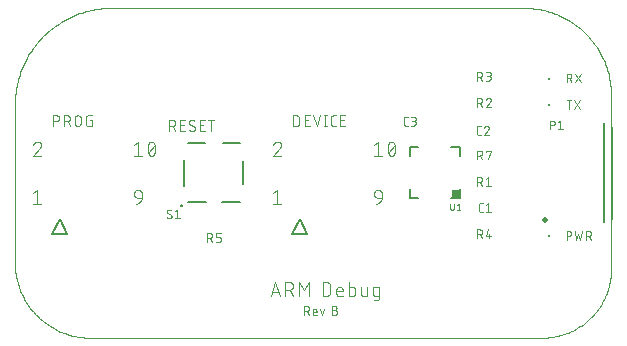
<source format=gto>
G75*
%MOIN*%
%OFA0B0*%
%FSLAX25Y25*%
%IPPOS*%
%LPD*%
%AMOC8*
5,1,8,0,0,1.08239X$1,22.5*
%
%ADD10C,0.00000*%
%ADD11C,0.00300*%
%ADD12C,0.00400*%
%ADD13C,0.00600*%
%ADD14C,0.00500*%
%ADD15C,0.01969*%
%ADD16R,0.02791X0.02732*%
%ADD17R,0.00984X0.00984*%
%ADD18C,0.00787*%
D10*
X0026500Y0001500D02*
X0177172Y0001500D01*
X0177728Y0001507D01*
X0178285Y0001527D01*
X0178840Y0001560D01*
X0179395Y0001608D01*
X0179948Y0001668D01*
X0180499Y0001742D01*
X0181049Y0001829D01*
X0181596Y0001929D01*
X0182141Y0002043D01*
X0182683Y0002169D01*
X0183222Y0002309D01*
X0183757Y0002462D01*
X0184288Y0002627D01*
X0184816Y0002805D01*
X0185338Y0002997D01*
X0185856Y0003200D01*
X0186369Y0003416D01*
X0186876Y0003645D01*
X0187378Y0003885D01*
X0187874Y0004138D01*
X0188364Y0004402D01*
X0188847Y0004679D01*
X0189323Y0004967D01*
X0189792Y0005266D01*
X0190254Y0005577D01*
X0190708Y0005898D01*
X0191154Y0006231D01*
X0191592Y0006574D01*
X0192022Y0006928D01*
X0192443Y0007292D01*
X0192855Y0007666D01*
X0193258Y0008049D01*
X0193652Y0008443D01*
X0194035Y0008846D01*
X0194409Y0009258D01*
X0194773Y0009679D01*
X0195127Y0010109D01*
X0195470Y0010547D01*
X0195803Y0010993D01*
X0196124Y0011447D01*
X0196435Y0011909D01*
X0196734Y0012378D01*
X0197022Y0012854D01*
X0197299Y0013337D01*
X0197563Y0013827D01*
X0197816Y0014323D01*
X0198056Y0014825D01*
X0198285Y0015332D01*
X0198501Y0015845D01*
X0198704Y0016363D01*
X0198896Y0016885D01*
X0199074Y0017413D01*
X0199239Y0017944D01*
X0199392Y0018479D01*
X0199532Y0019018D01*
X0199658Y0019560D01*
X0199772Y0020105D01*
X0199872Y0020652D01*
X0199959Y0021202D01*
X0200033Y0021753D01*
X0200093Y0022306D01*
X0200141Y0022861D01*
X0200174Y0023416D01*
X0200194Y0023973D01*
X0200201Y0024529D01*
X0200201Y0082276D01*
X0200192Y0082981D01*
X0200167Y0083686D01*
X0200124Y0084390D01*
X0200065Y0085093D01*
X0199988Y0085794D01*
X0199895Y0086493D01*
X0199784Y0087189D01*
X0199657Y0087883D01*
X0199513Y0088573D01*
X0199353Y0089260D01*
X0199176Y0089943D01*
X0198982Y0090621D01*
X0198773Y0091294D01*
X0198547Y0091962D01*
X0198305Y0092625D01*
X0198046Y0093281D01*
X0197773Y0093931D01*
X0197483Y0094574D01*
X0197178Y0095210D01*
X0196858Y0095838D01*
X0196523Y0096459D01*
X0196173Y0097071D01*
X0195808Y0097675D01*
X0195429Y0098269D01*
X0195035Y0098854D01*
X0194627Y0099430D01*
X0194206Y0099995D01*
X0193771Y0100551D01*
X0193323Y0101095D01*
X0192862Y0101629D01*
X0192388Y0102151D01*
X0191901Y0102661D01*
X0191402Y0103160D01*
X0190892Y0103647D01*
X0190370Y0104121D01*
X0189836Y0104582D01*
X0189292Y0105030D01*
X0188736Y0105465D01*
X0188171Y0105886D01*
X0187595Y0106294D01*
X0187010Y0106688D01*
X0186416Y0107067D01*
X0185812Y0107432D01*
X0185200Y0107782D01*
X0184579Y0108117D01*
X0183951Y0108437D01*
X0183315Y0108742D01*
X0182672Y0109032D01*
X0182022Y0109305D01*
X0181366Y0109564D01*
X0180703Y0109806D01*
X0180035Y0110032D01*
X0179362Y0110241D01*
X0178684Y0110435D01*
X0178001Y0110612D01*
X0177314Y0110772D01*
X0176624Y0110916D01*
X0175930Y0111043D01*
X0175234Y0111154D01*
X0174535Y0111247D01*
X0173834Y0111324D01*
X0173131Y0111383D01*
X0172427Y0111426D01*
X0171722Y0111451D01*
X0171017Y0111460D01*
X0171017Y0111461D02*
X0033692Y0111461D01*
X0032914Y0111452D01*
X0032137Y0111423D01*
X0031360Y0111376D01*
X0030585Y0111311D01*
X0029812Y0111226D01*
X0029041Y0111123D01*
X0028272Y0111001D01*
X0027507Y0110861D01*
X0026745Y0110703D01*
X0025988Y0110526D01*
X0025235Y0110330D01*
X0024487Y0110117D01*
X0023744Y0109885D01*
X0023007Y0109636D01*
X0022277Y0109369D01*
X0021553Y0109084D01*
X0020836Y0108782D01*
X0020126Y0108463D01*
X0019425Y0108127D01*
X0018732Y0107774D01*
X0018047Y0107404D01*
X0017372Y0107018D01*
X0016706Y0106615D01*
X0016050Y0106197D01*
X0015405Y0105762D01*
X0014770Y0105313D01*
X0014146Y0104848D01*
X0013534Y0104368D01*
X0012933Y0103874D01*
X0012345Y0103365D01*
X0011769Y0102842D01*
X0011206Y0102306D01*
X0010655Y0101755D01*
X0010119Y0101192D01*
X0009596Y0100616D01*
X0009087Y0100028D01*
X0008593Y0099427D01*
X0008113Y0098815D01*
X0007648Y0098191D01*
X0007199Y0097556D01*
X0006764Y0096911D01*
X0006346Y0096255D01*
X0005943Y0095589D01*
X0005557Y0094914D01*
X0005187Y0094229D01*
X0004834Y0093536D01*
X0004498Y0092835D01*
X0004179Y0092125D01*
X0003877Y0091408D01*
X0003592Y0090684D01*
X0003325Y0089954D01*
X0003076Y0089217D01*
X0002844Y0088474D01*
X0002631Y0087726D01*
X0002435Y0086973D01*
X0002258Y0086216D01*
X0002100Y0085454D01*
X0001960Y0084689D01*
X0001838Y0083920D01*
X0001735Y0083149D01*
X0001650Y0082376D01*
X0001585Y0081601D01*
X0001538Y0080824D01*
X0001509Y0080047D01*
X0001500Y0079269D01*
X0001500Y0026500D01*
X0001507Y0025896D01*
X0001529Y0025292D01*
X0001566Y0024689D01*
X0001617Y0024087D01*
X0001682Y0023487D01*
X0001762Y0022888D01*
X0001857Y0022291D01*
X0001966Y0021697D01*
X0002089Y0021105D01*
X0002226Y0020517D01*
X0002378Y0019932D01*
X0002544Y0019351D01*
X0002724Y0018775D01*
X0002917Y0018202D01*
X0003125Y0017635D01*
X0003346Y0017073D01*
X0003580Y0016516D01*
X0003828Y0015965D01*
X0004089Y0015420D01*
X0004364Y0014882D01*
X0004651Y0014350D01*
X0004951Y0013826D01*
X0005263Y0013309D01*
X0005588Y0012800D01*
X0005925Y0012298D01*
X0006275Y0011805D01*
X0006636Y0011321D01*
X0007008Y0010845D01*
X0007392Y0010379D01*
X0007787Y0009922D01*
X0008193Y0009475D01*
X0008610Y0009037D01*
X0009037Y0008610D01*
X0009475Y0008193D01*
X0009922Y0007787D01*
X0010379Y0007392D01*
X0010845Y0007008D01*
X0011321Y0006636D01*
X0011805Y0006275D01*
X0012298Y0005925D01*
X0012800Y0005588D01*
X0013309Y0005263D01*
X0013826Y0004951D01*
X0014350Y0004651D01*
X0014882Y0004364D01*
X0015420Y0004089D01*
X0015965Y0003828D01*
X0016516Y0003580D01*
X0017073Y0003346D01*
X0017635Y0003125D01*
X0018202Y0002917D01*
X0018775Y0002724D01*
X0019351Y0002544D01*
X0019932Y0002378D01*
X0020517Y0002226D01*
X0021105Y0002089D01*
X0021697Y0001966D01*
X0022291Y0001857D01*
X0022888Y0001762D01*
X0023487Y0001682D01*
X0024087Y0001617D01*
X0024689Y0001566D01*
X0025292Y0001529D01*
X0025896Y0001507D01*
X0026500Y0001500D01*
D11*
X0065629Y0033450D02*
X0065629Y0036350D01*
X0066435Y0036350D01*
X0066490Y0036348D01*
X0066545Y0036342D01*
X0066599Y0036333D01*
X0066652Y0036320D01*
X0066705Y0036303D01*
X0066756Y0036283D01*
X0066806Y0036260D01*
X0066854Y0036233D01*
X0066900Y0036202D01*
X0066944Y0036169D01*
X0066985Y0036133D01*
X0067024Y0036094D01*
X0067060Y0036053D01*
X0067093Y0036009D01*
X0067124Y0035963D01*
X0067151Y0035915D01*
X0067174Y0035865D01*
X0067194Y0035814D01*
X0067211Y0035761D01*
X0067224Y0035708D01*
X0067233Y0035654D01*
X0067239Y0035599D01*
X0067241Y0035544D01*
X0067239Y0035489D01*
X0067233Y0035434D01*
X0067224Y0035380D01*
X0067211Y0035327D01*
X0067194Y0035274D01*
X0067174Y0035223D01*
X0067151Y0035173D01*
X0067124Y0035125D01*
X0067093Y0035079D01*
X0067060Y0035035D01*
X0067024Y0034994D01*
X0066985Y0034955D01*
X0066944Y0034919D01*
X0066900Y0034886D01*
X0066854Y0034855D01*
X0066806Y0034828D01*
X0066756Y0034805D01*
X0066705Y0034785D01*
X0066652Y0034768D01*
X0066599Y0034755D01*
X0066545Y0034746D01*
X0066490Y0034740D01*
X0066435Y0034738D01*
X0066435Y0034739D02*
X0065629Y0034739D01*
X0066596Y0034739D02*
X0067240Y0033450D01*
X0068489Y0033450D02*
X0069456Y0033450D01*
X0069504Y0033452D01*
X0069552Y0033457D01*
X0069599Y0033466D01*
X0069646Y0033479D01*
X0069691Y0033495D01*
X0069735Y0033514D01*
X0069778Y0033536D01*
X0069819Y0033562D01*
X0069858Y0033591D01*
X0069894Y0033622D01*
X0069928Y0033656D01*
X0069959Y0033692D01*
X0069988Y0033731D01*
X0070014Y0033772D01*
X0070036Y0033815D01*
X0070055Y0033859D01*
X0070071Y0033904D01*
X0070084Y0033951D01*
X0070093Y0033998D01*
X0070098Y0034046D01*
X0070100Y0034094D01*
X0070100Y0034417D01*
X0070098Y0034465D01*
X0070093Y0034513D01*
X0070084Y0034560D01*
X0070071Y0034607D01*
X0070055Y0034652D01*
X0070036Y0034696D01*
X0070014Y0034739D01*
X0069988Y0034780D01*
X0069959Y0034819D01*
X0069928Y0034855D01*
X0069894Y0034889D01*
X0069858Y0034920D01*
X0069819Y0034949D01*
X0069778Y0034975D01*
X0069735Y0034997D01*
X0069691Y0035016D01*
X0069646Y0035032D01*
X0069599Y0035045D01*
X0069552Y0035054D01*
X0069504Y0035059D01*
X0069456Y0035061D01*
X0068489Y0035061D01*
X0068489Y0036350D01*
X0070100Y0036350D01*
X0056485Y0041344D02*
X0054874Y0041344D01*
X0055679Y0041344D02*
X0055679Y0044244D01*
X0054874Y0043600D01*
X0053379Y0042552D02*
X0052493Y0043036D01*
X0052815Y0044244D02*
X0052880Y0044242D01*
X0052944Y0044237D01*
X0053009Y0044228D01*
X0053072Y0044216D01*
X0053135Y0044201D01*
X0053197Y0044182D01*
X0053258Y0044160D01*
X0053317Y0044135D01*
X0053376Y0044106D01*
X0053432Y0044074D01*
X0053487Y0044040D01*
X0053540Y0044002D01*
X0052492Y0043036D02*
X0052452Y0043062D01*
X0052413Y0043091D01*
X0052376Y0043123D01*
X0052342Y0043158D01*
X0052311Y0043195D01*
X0052282Y0043234D01*
X0052256Y0043275D01*
X0052234Y0043318D01*
X0052215Y0043363D01*
X0052199Y0043409D01*
X0052186Y0043455D01*
X0052177Y0043503D01*
X0052172Y0043551D01*
X0052170Y0043600D01*
X0052171Y0043600D02*
X0052173Y0043648D01*
X0052178Y0043696D01*
X0052187Y0043743D01*
X0052200Y0043790D01*
X0052216Y0043835D01*
X0052235Y0043879D01*
X0052257Y0043922D01*
X0052283Y0043963D01*
X0052312Y0044002D01*
X0052343Y0044038D01*
X0052377Y0044072D01*
X0052413Y0044104D01*
X0052452Y0044132D01*
X0052493Y0044158D01*
X0052536Y0044180D01*
X0052580Y0044199D01*
X0052625Y0044215D01*
X0052672Y0044228D01*
X0052719Y0044237D01*
X0052767Y0044242D01*
X0052815Y0044244D01*
X0052090Y0041748D02*
X0052141Y0041698D01*
X0052196Y0041651D01*
X0052252Y0041608D01*
X0052311Y0041567D01*
X0052372Y0041529D01*
X0052435Y0041495D01*
X0052500Y0041464D01*
X0052566Y0041436D01*
X0052633Y0041412D01*
X0052702Y0041392D01*
X0052772Y0041375D01*
X0052842Y0041362D01*
X0052913Y0041353D01*
X0052984Y0041347D01*
X0053056Y0041345D01*
X0053104Y0041347D01*
X0053152Y0041352D01*
X0053199Y0041361D01*
X0053246Y0041374D01*
X0053291Y0041390D01*
X0053335Y0041409D01*
X0053378Y0041431D01*
X0053419Y0041457D01*
X0053458Y0041486D01*
X0053494Y0041517D01*
X0053528Y0041551D01*
X0053559Y0041587D01*
X0053588Y0041626D01*
X0053614Y0041667D01*
X0053636Y0041710D01*
X0053655Y0041754D01*
X0053671Y0041799D01*
X0053684Y0041846D01*
X0053693Y0041893D01*
X0053698Y0041941D01*
X0053700Y0041989D01*
X0053701Y0041989D02*
X0053699Y0042038D01*
X0053694Y0042086D01*
X0053685Y0042134D01*
X0053672Y0042180D01*
X0053656Y0042226D01*
X0053637Y0042271D01*
X0053615Y0042314D01*
X0053589Y0042355D01*
X0053560Y0042394D01*
X0053529Y0042431D01*
X0053495Y0042466D01*
X0053458Y0042498D01*
X0053419Y0042527D01*
X0053379Y0042553D01*
X0043779Y0048230D02*
X0043779Y0049537D01*
X0043779Y0048230D02*
X0042210Y0048230D01*
X0043779Y0048230D02*
X0043777Y0048141D01*
X0043771Y0048053D01*
X0043762Y0047964D01*
X0043749Y0047877D01*
X0043732Y0047789D01*
X0043712Y0047703D01*
X0043687Y0047618D01*
X0043660Y0047533D01*
X0043628Y0047450D01*
X0043593Y0047369D01*
X0043555Y0047289D01*
X0043513Y0047210D01*
X0043469Y0047134D01*
X0043420Y0047059D01*
X0043369Y0046987D01*
X0043315Y0046916D01*
X0043258Y0046849D01*
X0043198Y0046783D01*
X0043135Y0046720D01*
X0043069Y0046660D01*
X0043002Y0046603D01*
X0042931Y0046549D01*
X0042859Y0046498D01*
X0042784Y0046449D01*
X0042708Y0046405D01*
X0042629Y0046363D01*
X0042549Y0046325D01*
X0042468Y0046290D01*
X0042385Y0046258D01*
X0042300Y0046231D01*
X0042215Y0046206D01*
X0042129Y0046186D01*
X0042041Y0046169D01*
X0041954Y0046156D01*
X0041865Y0046147D01*
X0041777Y0046141D01*
X0041688Y0046139D01*
X0042210Y0048230D02*
X0042147Y0048232D01*
X0042084Y0048238D01*
X0042021Y0048247D01*
X0041960Y0048260D01*
X0041899Y0048277D01*
X0041839Y0048298D01*
X0041781Y0048322D01*
X0041724Y0048350D01*
X0041669Y0048381D01*
X0041616Y0048415D01*
X0041565Y0048453D01*
X0041516Y0048493D01*
X0041470Y0048536D01*
X0041427Y0048582D01*
X0041387Y0048631D01*
X0041349Y0048682D01*
X0041315Y0048735D01*
X0041284Y0048790D01*
X0041256Y0048847D01*
X0041232Y0048905D01*
X0041211Y0048965D01*
X0041194Y0049026D01*
X0041181Y0049087D01*
X0041172Y0049150D01*
X0041166Y0049213D01*
X0041164Y0049276D01*
X0041165Y0049276D02*
X0041165Y0049537D01*
X0041167Y0049608D01*
X0041173Y0049678D01*
X0041182Y0049748D01*
X0041196Y0049818D01*
X0041213Y0049887D01*
X0041233Y0049954D01*
X0041258Y0050021D01*
X0041286Y0050086D01*
X0041317Y0050149D01*
X0041352Y0050211D01*
X0041390Y0050270D01*
X0041432Y0050328D01*
X0041476Y0050383D01*
X0041523Y0050436D01*
X0041573Y0050486D01*
X0041626Y0050533D01*
X0041681Y0050577D01*
X0041739Y0050619D01*
X0041798Y0050657D01*
X0041860Y0050692D01*
X0041923Y0050723D01*
X0041988Y0050751D01*
X0042055Y0050776D01*
X0042122Y0050796D01*
X0042191Y0050813D01*
X0042261Y0050827D01*
X0042331Y0050836D01*
X0042401Y0050842D01*
X0042472Y0050844D01*
X0042543Y0050842D01*
X0042613Y0050836D01*
X0042683Y0050827D01*
X0042753Y0050813D01*
X0042822Y0050796D01*
X0042889Y0050776D01*
X0042956Y0050751D01*
X0043021Y0050723D01*
X0043084Y0050692D01*
X0043146Y0050657D01*
X0043205Y0050619D01*
X0043263Y0050577D01*
X0043318Y0050533D01*
X0043371Y0050486D01*
X0043421Y0050436D01*
X0043468Y0050383D01*
X0043512Y0050328D01*
X0043554Y0050270D01*
X0043592Y0050211D01*
X0043627Y0050149D01*
X0043658Y0050086D01*
X0043686Y0050021D01*
X0043711Y0049954D01*
X0043731Y0049887D01*
X0043748Y0049818D01*
X0043762Y0049748D01*
X0043771Y0049678D01*
X0043777Y0049608D01*
X0043779Y0049537D01*
X0043801Y0062163D02*
X0041183Y0062163D01*
X0042492Y0062163D02*
X0042492Y0066874D01*
X0041183Y0065827D01*
X0048312Y0064518D02*
X0048310Y0064401D01*
X0048305Y0064283D01*
X0048296Y0064166D01*
X0048284Y0064049D01*
X0048268Y0063933D01*
X0048248Y0063817D01*
X0048225Y0063702D01*
X0048199Y0063588D01*
X0048169Y0063474D01*
X0048136Y0063362D01*
X0048099Y0063250D01*
X0048059Y0063140D01*
X0048016Y0063031D01*
X0047969Y0062923D01*
X0047919Y0062816D01*
X0047919Y0062817D02*
X0047897Y0062761D01*
X0047873Y0062706D01*
X0047845Y0062653D01*
X0047814Y0062602D01*
X0047779Y0062553D01*
X0047742Y0062506D01*
X0047702Y0062461D01*
X0047659Y0062419D01*
X0047613Y0062380D01*
X0047566Y0062343D01*
X0047516Y0062310D01*
X0047464Y0062280D01*
X0047410Y0062253D01*
X0047355Y0062229D01*
X0047298Y0062209D01*
X0047241Y0062193D01*
X0047182Y0062180D01*
X0047123Y0062170D01*
X0047063Y0062165D01*
X0047003Y0062163D01*
X0046943Y0062165D01*
X0046883Y0062170D01*
X0046824Y0062180D01*
X0046765Y0062193D01*
X0046708Y0062209D01*
X0046651Y0062229D01*
X0046596Y0062253D01*
X0046542Y0062280D01*
X0046490Y0062310D01*
X0046440Y0062343D01*
X0046393Y0062380D01*
X0046347Y0062419D01*
X0046304Y0062461D01*
X0046264Y0062506D01*
X0046227Y0062553D01*
X0046192Y0062602D01*
X0046161Y0062653D01*
X0046133Y0062706D01*
X0046109Y0062761D01*
X0046087Y0062817D01*
X0045956Y0063210D02*
X0048050Y0065827D01*
X0047919Y0066220D02*
X0047897Y0066276D01*
X0047873Y0066331D01*
X0047845Y0066384D01*
X0047814Y0066435D01*
X0047779Y0066484D01*
X0047742Y0066531D01*
X0047702Y0066576D01*
X0047659Y0066618D01*
X0047613Y0066657D01*
X0047566Y0066694D01*
X0047516Y0066727D01*
X0047464Y0066757D01*
X0047410Y0066784D01*
X0047355Y0066808D01*
X0047298Y0066828D01*
X0047241Y0066844D01*
X0047182Y0066857D01*
X0047123Y0066867D01*
X0047063Y0066872D01*
X0047003Y0066874D01*
X0046943Y0066872D01*
X0046883Y0066867D01*
X0046824Y0066857D01*
X0046765Y0066844D01*
X0046708Y0066828D01*
X0046651Y0066808D01*
X0046596Y0066784D01*
X0046542Y0066757D01*
X0046490Y0066727D01*
X0046440Y0066694D01*
X0046393Y0066657D01*
X0046347Y0066618D01*
X0046304Y0066576D01*
X0046264Y0066531D01*
X0046227Y0066484D01*
X0046192Y0066435D01*
X0046161Y0066384D01*
X0046133Y0066331D01*
X0046109Y0066276D01*
X0046087Y0066220D01*
X0047919Y0066220D02*
X0047969Y0066113D01*
X0048016Y0066005D01*
X0048059Y0065896D01*
X0048099Y0065786D01*
X0048136Y0065674D01*
X0048169Y0065562D01*
X0048199Y0065448D01*
X0048225Y0065334D01*
X0048248Y0065219D01*
X0048268Y0065103D01*
X0048284Y0064987D01*
X0048296Y0064870D01*
X0048305Y0064753D01*
X0048310Y0064635D01*
X0048312Y0064518D01*
X0045693Y0064518D02*
X0045695Y0064635D01*
X0045700Y0064753D01*
X0045709Y0064870D01*
X0045721Y0064987D01*
X0045737Y0065103D01*
X0045757Y0065219D01*
X0045780Y0065334D01*
X0045806Y0065448D01*
X0045836Y0065562D01*
X0045869Y0065674D01*
X0045906Y0065786D01*
X0045946Y0065896D01*
X0045989Y0066005D01*
X0046036Y0066113D01*
X0046086Y0066220D01*
X0045693Y0064518D02*
X0045695Y0064401D01*
X0045700Y0064283D01*
X0045709Y0064166D01*
X0045721Y0064049D01*
X0045737Y0063933D01*
X0045757Y0063817D01*
X0045780Y0063702D01*
X0045806Y0063588D01*
X0045836Y0063474D01*
X0045869Y0063362D01*
X0045906Y0063250D01*
X0045946Y0063140D01*
X0045989Y0063031D01*
X0046036Y0062923D01*
X0046086Y0062816D01*
X0052900Y0070400D02*
X0052900Y0074100D01*
X0053928Y0074100D01*
X0053991Y0074098D01*
X0054054Y0074092D01*
X0054117Y0074082D01*
X0054179Y0074069D01*
X0054240Y0074052D01*
X0054299Y0074031D01*
X0054358Y0074006D01*
X0054414Y0073978D01*
X0054469Y0073946D01*
X0054522Y0073911D01*
X0054572Y0073873D01*
X0054621Y0073832D01*
X0054666Y0073788D01*
X0054709Y0073741D01*
X0054748Y0073692D01*
X0054785Y0073640D01*
X0054818Y0073586D01*
X0054848Y0073530D01*
X0054875Y0073473D01*
X0054898Y0073414D01*
X0054917Y0073353D01*
X0054932Y0073292D01*
X0054944Y0073230D01*
X0054952Y0073167D01*
X0054956Y0073104D01*
X0054956Y0073040D01*
X0054952Y0072977D01*
X0054944Y0072914D01*
X0054932Y0072852D01*
X0054917Y0072791D01*
X0054898Y0072730D01*
X0054875Y0072671D01*
X0054848Y0072614D01*
X0054818Y0072558D01*
X0054785Y0072504D01*
X0054748Y0072452D01*
X0054709Y0072403D01*
X0054666Y0072356D01*
X0054621Y0072312D01*
X0054572Y0072271D01*
X0054522Y0072233D01*
X0054469Y0072198D01*
X0054414Y0072166D01*
X0054358Y0072138D01*
X0054299Y0072113D01*
X0054240Y0072092D01*
X0054179Y0072075D01*
X0054117Y0072062D01*
X0054054Y0072052D01*
X0053991Y0072046D01*
X0053928Y0072044D01*
X0052900Y0072044D01*
X0054133Y0072044D02*
X0054956Y0070400D01*
X0056604Y0070400D02*
X0056604Y0074100D01*
X0058249Y0074100D01*
X0057838Y0072456D02*
X0056604Y0072456D01*
X0056604Y0070400D02*
X0058249Y0070400D01*
X0061122Y0071941D02*
X0061168Y0071912D01*
X0061211Y0071880D01*
X0061253Y0071846D01*
X0061292Y0071808D01*
X0061329Y0071769D01*
X0061363Y0071727D01*
X0061395Y0071682D01*
X0061423Y0071636D01*
X0061448Y0071588D01*
X0061471Y0071539D01*
X0061489Y0071488D01*
X0061505Y0071436D01*
X0061517Y0071384D01*
X0061526Y0071330D01*
X0061531Y0071276D01*
X0061533Y0071222D01*
X0061531Y0071166D01*
X0061525Y0071110D01*
X0061516Y0071055D01*
X0061503Y0071000D01*
X0061486Y0070947D01*
X0061465Y0070895D01*
X0061441Y0070844D01*
X0061413Y0070795D01*
X0061383Y0070748D01*
X0061349Y0070703D01*
X0061312Y0070661D01*
X0061272Y0070621D01*
X0061230Y0070584D01*
X0061185Y0070550D01*
X0061138Y0070520D01*
X0061089Y0070492D01*
X0061038Y0070468D01*
X0060986Y0070447D01*
X0060933Y0070430D01*
X0060878Y0070417D01*
X0060823Y0070408D01*
X0060767Y0070402D01*
X0060711Y0070400D01*
X0061122Y0071942D02*
X0059991Y0072558D01*
X0060402Y0074100D02*
X0060478Y0074098D01*
X0060554Y0074092D01*
X0060630Y0074083D01*
X0060705Y0074070D01*
X0060780Y0074053D01*
X0060853Y0074032D01*
X0060926Y0074008D01*
X0060997Y0073981D01*
X0061066Y0073949D01*
X0061135Y0073915D01*
X0061201Y0073877D01*
X0061265Y0073836D01*
X0061327Y0073792D01*
X0059991Y0072559D02*
X0059945Y0072588D01*
X0059902Y0072620D01*
X0059860Y0072654D01*
X0059821Y0072692D01*
X0059784Y0072731D01*
X0059750Y0072773D01*
X0059718Y0072818D01*
X0059690Y0072864D01*
X0059665Y0072912D01*
X0059642Y0072961D01*
X0059624Y0073012D01*
X0059608Y0073064D01*
X0059596Y0073116D01*
X0059587Y0073170D01*
X0059582Y0073224D01*
X0059580Y0073278D01*
X0059582Y0073334D01*
X0059588Y0073390D01*
X0059597Y0073445D01*
X0059610Y0073500D01*
X0059627Y0073553D01*
X0059648Y0073605D01*
X0059672Y0073656D01*
X0059700Y0073705D01*
X0059730Y0073752D01*
X0059764Y0073797D01*
X0059801Y0073839D01*
X0059841Y0073879D01*
X0059883Y0073916D01*
X0059928Y0073950D01*
X0059975Y0073980D01*
X0060024Y0074008D01*
X0060075Y0074032D01*
X0060127Y0074053D01*
X0060180Y0074070D01*
X0060235Y0074083D01*
X0060290Y0074092D01*
X0060346Y0074098D01*
X0060402Y0074100D01*
X0063084Y0074100D02*
X0064729Y0074100D01*
X0065837Y0074100D02*
X0067893Y0074100D01*
X0066865Y0074100D02*
X0066865Y0070400D01*
X0064729Y0070400D02*
X0063084Y0070400D01*
X0063084Y0074100D01*
X0063084Y0072456D02*
X0064318Y0072456D01*
X0060711Y0070400D02*
X0060630Y0070402D01*
X0060550Y0070407D01*
X0060470Y0070417D01*
X0060390Y0070430D01*
X0060311Y0070447D01*
X0060233Y0070467D01*
X0060156Y0070491D01*
X0060080Y0070519D01*
X0060006Y0070550D01*
X0059933Y0070584D01*
X0059862Y0070622D01*
X0059792Y0070663D01*
X0059725Y0070707D01*
X0059659Y0070754D01*
X0059596Y0070805D01*
X0059536Y0070858D01*
X0059478Y0070914D01*
X0087584Y0062169D02*
X0090205Y0062169D01*
X0087584Y0062169D02*
X0089812Y0064790D01*
X0089026Y0066886D02*
X0088950Y0066884D01*
X0088874Y0066878D01*
X0088798Y0066869D01*
X0088723Y0066855D01*
X0088649Y0066838D01*
X0088576Y0066818D01*
X0088503Y0066793D01*
X0088433Y0066765D01*
X0088363Y0066733D01*
X0088296Y0066698D01*
X0088230Y0066660D01*
X0088166Y0066618D01*
X0088104Y0066573D01*
X0088045Y0066526D01*
X0087988Y0066475D01*
X0087934Y0066421D01*
X0087883Y0066365D01*
X0087834Y0066306D01*
X0087789Y0066245D01*
X0087746Y0066182D01*
X0087707Y0066116D01*
X0087671Y0066049D01*
X0087639Y0065980D01*
X0087610Y0065910D01*
X0087585Y0065838D01*
X0089812Y0064790D02*
X0089860Y0064838D01*
X0089906Y0064889D01*
X0089948Y0064942D01*
X0089988Y0064998D01*
X0090025Y0065056D01*
X0090058Y0065115D01*
X0090089Y0065177D01*
X0090116Y0065240D01*
X0090139Y0065304D01*
X0090159Y0065369D01*
X0090176Y0065436D01*
X0090188Y0065503D01*
X0090198Y0065570D01*
X0090203Y0065639D01*
X0090205Y0065707D01*
X0090203Y0065773D01*
X0090198Y0065839D01*
X0090188Y0065904D01*
X0090175Y0065969D01*
X0090159Y0066033D01*
X0090139Y0066096D01*
X0090115Y0066158D01*
X0090088Y0066219D01*
X0090058Y0066277D01*
X0090024Y0066334D01*
X0089988Y0066389D01*
X0089948Y0066442D01*
X0089905Y0066493D01*
X0089860Y0066541D01*
X0089812Y0066586D01*
X0089761Y0066629D01*
X0089708Y0066669D01*
X0089653Y0066705D01*
X0089596Y0066739D01*
X0089538Y0066769D01*
X0089477Y0066796D01*
X0089415Y0066820D01*
X0089352Y0066840D01*
X0089288Y0066856D01*
X0089223Y0066869D01*
X0089158Y0066879D01*
X0089092Y0066884D01*
X0089026Y0066886D01*
X0088913Y0050837D02*
X0087604Y0049789D01*
X0088913Y0050837D02*
X0088913Y0046124D01*
X0087604Y0046124D02*
X0090222Y0046124D01*
X0121165Y0049276D02*
X0121165Y0049537D01*
X0121164Y0049276D02*
X0121166Y0049213D01*
X0121172Y0049150D01*
X0121181Y0049087D01*
X0121194Y0049026D01*
X0121211Y0048965D01*
X0121232Y0048905D01*
X0121256Y0048847D01*
X0121284Y0048790D01*
X0121315Y0048735D01*
X0121349Y0048682D01*
X0121387Y0048631D01*
X0121427Y0048582D01*
X0121470Y0048536D01*
X0121516Y0048493D01*
X0121565Y0048453D01*
X0121616Y0048415D01*
X0121669Y0048381D01*
X0121724Y0048350D01*
X0121781Y0048322D01*
X0121839Y0048298D01*
X0121899Y0048277D01*
X0121960Y0048260D01*
X0122021Y0048247D01*
X0122084Y0048238D01*
X0122147Y0048232D01*
X0122210Y0048230D01*
X0123779Y0048230D01*
X0123779Y0049537D01*
X0123777Y0049608D01*
X0123771Y0049678D01*
X0123762Y0049748D01*
X0123748Y0049818D01*
X0123731Y0049887D01*
X0123711Y0049954D01*
X0123686Y0050021D01*
X0123658Y0050086D01*
X0123627Y0050149D01*
X0123592Y0050211D01*
X0123554Y0050270D01*
X0123512Y0050328D01*
X0123468Y0050383D01*
X0123421Y0050436D01*
X0123371Y0050486D01*
X0123318Y0050533D01*
X0123263Y0050577D01*
X0123205Y0050619D01*
X0123146Y0050657D01*
X0123084Y0050692D01*
X0123021Y0050723D01*
X0122956Y0050751D01*
X0122889Y0050776D01*
X0122822Y0050796D01*
X0122753Y0050813D01*
X0122683Y0050827D01*
X0122613Y0050836D01*
X0122543Y0050842D01*
X0122472Y0050844D01*
X0122401Y0050842D01*
X0122331Y0050836D01*
X0122261Y0050827D01*
X0122191Y0050813D01*
X0122122Y0050796D01*
X0122055Y0050776D01*
X0121988Y0050751D01*
X0121923Y0050723D01*
X0121860Y0050692D01*
X0121798Y0050657D01*
X0121739Y0050619D01*
X0121681Y0050577D01*
X0121626Y0050533D01*
X0121573Y0050486D01*
X0121523Y0050436D01*
X0121476Y0050383D01*
X0121432Y0050328D01*
X0121390Y0050270D01*
X0121352Y0050211D01*
X0121317Y0050149D01*
X0121286Y0050086D01*
X0121258Y0050021D01*
X0121233Y0049954D01*
X0121213Y0049887D01*
X0121196Y0049818D01*
X0121182Y0049748D01*
X0121173Y0049678D01*
X0121167Y0049608D01*
X0121165Y0049537D01*
X0123779Y0048230D02*
X0123777Y0048141D01*
X0123771Y0048053D01*
X0123762Y0047964D01*
X0123749Y0047877D01*
X0123732Y0047789D01*
X0123712Y0047703D01*
X0123687Y0047618D01*
X0123660Y0047533D01*
X0123628Y0047450D01*
X0123593Y0047369D01*
X0123555Y0047289D01*
X0123513Y0047210D01*
X0123469Y0047134D01*
X0123420Y0047059D01*
X0123369Y0046987D01*
X0123315Y0046916D01*
X0123258Y0046849D01*
X0123198Y0046783D01*
X0123135Y0046720D01*
X0123069Y0046660D01*
X0123002Y0046603D01*
X0122931Y0046549D01*
X0122859Y0046498D01*
X0122784Y0046449D01*
X0122708Y0046405D01*
X0122629Y0046363D01*
X0122549Y0046325D01*
X0122468Y0046290D01*
X0122385Y0046258D01*
X0122300Y0046231D01*
X0122215Y0046206D01*
X0122129Y0046186D01*
X0122041Y0046169D01*
X0121954Y0046156D01*
X0121865Y0046147D01*
X0121777Y0046141D01*
X0121688Y0046139D01*
X0121183Y0062163D02*
X0123801Y0062163D01*
X0122492Y0062163D02*
X0122492Y0066874D01*
X0121183Y0065827D01*
X0128312Y0064518D02*
X0128310Y0064401D01*
X0128305Y0064283D01*
X0128296Y0064166D01*
X0128284Y0064049D01*
X0128268Y0063933D01*
X0128248Y0063817D01*
X0128225Y0063702D01*
X0128199Y0063588D01*
X0128169Y0063474D01*
X0128136Y0063362D01*
X0128099Y0063250D01*
X0128059Y0063140D01*
X0128016Y0063031D01*
X0127969Y0062923D01*
X0127919Y0062816D01*
X0127919Y0062817D02*
X0127897Y0062761D01*
X0127873Y0062706D01*
X0127845Y0062653D01*
X0127814Y0062602D01*
X0127779Y0062553D01*
X0127742Y0062506D01*
X0127702Y0062461D01*
X0127659Y0062419D01*
X0127613Y0062380D01*
X0127566Y0062343D01*
X0127516Y0062310D01*
X0127464Y0062280D01*
X0127410Y0062253D01*
X0127355Y0062229D01*
X0127298Y0062209D01*
X0127241Y0062193D01*
X0127182Y0062180D01*
X0127123Y0062170D01*
X0127063Y0062165D01*
X0127003Y0062163D01*
X0126943Y0062165D01*
X0126883Y0062170D01*
X0126824Y0062180D01*
X0126765Y0062193D01*
X0126708Y0062209D01*
X0126651Y0062229D01*
X0126596Y0062253D01*
X0126542Y0062280D01*
X0126490Y0062310D01*
X0126440Y0062343D01*
X0126393Y0062380D01*
X0126347Y0062419D01*
X0126304Y0062461D01*
X0126264Y0062506D01*
X0126227Y0062553D01*
X0126192Y0062602D01*
X0126161Y0062653D01*
X0126133Y0062706D01*
X0126109Y0062761D01*
X0126087Y0062817D01*
X0125956Y0063210D02*
X0128050Y0065827D01*
X0127919Y0066220D02*
X0127897Y0066276D01*
X0127873Y0066331D01*
X0127845Y0066384D01*
X0127814Y0066435D01*
X0127779Y0066484D01*
X0127742Y0066531D01*
X0127702Y0066576D01*
X0127659Y0066618D01*
X0127613Y0066657D01*
X0127566Y0066694D01*
X0127516Y0066727D01*
X0127464Y0066757D01*
X0127410Y0066784D01*
X0127355Y0066808D01*
X0127298Y0066828D01*
X0127241Y0066844D01*
X0127182Y0066857D01*
X0127123Y0066867D01*
X0127063Y0066872D01*
X0127003Y0066874D01*
X0126943Y0066872D01*
X0126883Y0066867D01*
X0126824Y0066857D01*
X0126765Y0066844D01*
X0126708Y0066828D01*
X0126651Y0066808D01*
X0126596Y0066784D01*
X0126542Y0066757D01*
X0126490Y0066727D01*
X0126440Y0066694D01*
X0126393Y0066657D01*
X0126347Y0066618D01*
X0126304Y0066576D01*
X0126264Y0066531D01*
X0126227Y0066484D01*
X0126192Y0066435D01*
X0126161Y0066384D01*
X0126133Y0066331D01*
X0126109Y0066276D01*
X0126087Y0066220D01*
X0127919Y0066220D02*
X0127969Y0066113D01*
X0128016Y0066005D01*
X0128059Y0065896D01*
X0128099Y0065786D01*
X0128136Y0065674D01*
X0128169Y0065562D01*
X0128199Y0065448D01*
X0128225Y0065334D01*
X0128248Y0065219D01*
X0128268Y0065103D01*
X0128284Y0064987D01*
X0128296Y0064870D01*
X0128305Y0064753D01*
X0128310Y0064635D01*
X0128312Y0064518D01*
X0125693Y0064518D02*
X0125695Y0064635D01*
X0125700Y0064753D01*
X0125709Y0064870D01*
X0125721Y0064987D01*
X0125737Y0065103D01*
X0125757Y0065219D01*
X0125780Y0065334D01*
X0125806Y0065448D01*
X0125836Y0065562D01*
X0125869Y0065674D01*
X0125906Y0065786D01*
X0125946Y0065896D01*
X0125989Y0066005D01*
X0126036Y0066113D01*
X0126086Y0066220D01*
X0125693Y0064518D02*
X0125695Y0064401D01*
X0125700Y0064283D01*
X0125709Y0064166D01*
X0125721Y0064049D01*
X0125737Y0063933D01*
X0125757Y0063817D01*
X0125780Y0063702D01*
X0125806Y0063588D01*
X0125836Y0063474D01*
X0125869Y0063362D01*
X0125906Y0063250D01*
X0125946Y0063140D01*
X0125989Y0063031D01*
X0126036Y0062923D01*
X0126086Y0062816D01*
X0131724Y0072200D02*
X0132369Y0072200D01*
X0131724Y0072200D02*
X0131676Y0072202D01*
X0131628Y0072207D01*
X0131581Y0072216D01*
X0131534Y0072229D01*
X0131489Y0072245D01*
X0131445Y0072264D01*
X0131402Y0072286D01*
X0131361Y0072312D01*
X0131322Y0072341D01*
X0131286Y0072372D01*
X0131252Y0072406D01*
X0131221Y0072442D01*
X0131192Y0072481D01*
X0131166Y0072522D01*
X0131144Y0072565D01*
X0131125Y0072609D01*
X0131109Y0072654D01*
X0131096Y0072701D01*
X0131087Y0072748D01*
X0131082Y0072796D01*
X0131080Y0072844D01*
X0131080Y0074456D01*
X0131082Y0074507D01*
X0131088Y0074557D01*
X0131098Y0074606D01*
X0131112Y0074655D01*
X0131129Y0074702D01*
X0131150Y0074748D01*
X0131175Y0074792D01*
X0131203Y0074835D01*
X0131234Y0074874D01*
X0131269Y0074911D01*
X0131306Y0074946D01*
X0131345Y0074977D01*
X0131388Y0075005D01*
X0131432Y0075030D01*
X0131478Y0075051D01*
X0131525Y0075068D01*
X0131574Y0075082D01*
X0131623Y0075092D01*
X0131673Y0075098D01*
X0131724Y0075100D01*
X0132369Y0075100D01*
X0133489Y0075100D02*
X0134456Y0075100D01*
X0134505Y0075098D01*
X0134554Y0075092D01*
X0134603Y0075083D01*
X0134650Y0075070D01*
X0134697Y0075053D01*
X0134742Y0075033D01*
X0134785Y0075010D01*
X0134827Y0074983D01*
X0134866Y0074953D01*
X0134903Y0074920D01*
X0134937Y0074884D01*
X0134968Y0074846D01*
X0134997Y0074806D01*
X0135022Y0074764D01*
X0135044Y0074719D01*
X0135062Y0074674D01*
X0135077Y0074627D01*
X0135088Y0074579D01*
X0135096Y0074530D01*
X0135100Y0074481D01*
X0135100Y0074431D01*
X0135096Y0074382D01*
X0135088Y0074333D01*
X0135077Y0074285D01*
X0135062Y0074238D01*
X0135044Y0074193D01*
X0135022Y0074148D01*
X0134997Y0074106D01*
X0134968Y0074066D01*
X0134937Y0074028D01*
X0134903Y0073992D01*
X0134866Y0073959D01*
X0134827Y0073929D01*
X0134785Y0073902D01*
X0134742Y0073879D01*
X0134697Y0073859D01*
X0134650Y0073842D01*
X0134603Y0073829D01*
X0134554Y0073820D01*
X0134505Y0073814D01*
X0134456Y0073812D01*
X0134456Y0073811D02*
X0133811Y0073811D01*
X0134294Y0073812D02*
X0134349Y0073810D01*
X0134404Y0073804D01*
X0134458Y0073795D01*
X0134511Y0073782D01*
X0134564Y0073765D01*
X0134615Y0073745D01*
X0134665Y0073722D01*
X0134713Y0073695D01*
X0134759Y0073664D01*
X0134803Y0073631D01*
X0134844Y0073595D01*
X0134883Y0073556D01*
X0134919Y0073515D01*
X0134952Y0073471D01*
X0134983Y0073425D01*
X0135010Y0073377D01*
X0135033Y0073327D01*
X0135053Y0073276D01*
X0135070Y0073223D01*
X0135083Y0073170D01*
X0135092Y0073116D01*
X0135098Y0073061D01*
X0135100Y0073006D01*
X0135098Y0072951D01*
X0135092Y0072896D01*
X0135083Y0072842D01*
X0135070Y0072789D01*
X0135053Y0072736D01*
X0135033Y0072685D01*
X0135010Y0072635D01*
X0134983Y0072587D01*
X0134952Y0072541D01*
X0134919Y0072497D01*
X0134883Y0072456D01*
X0134844Y0072417D01*
X0134803Y0072381D01*
X0134759Y0072348D01*
X0134713Y0072317D01*
X0134665Y0072290D01*
X0134615Y0072267D01*
X0134564Y0072247D01*
X0134511Y0072230D01*
X0134458Y0072217D01*
X0134404Y0072208D01*
X0134349Y0072202D01*
X0134294Y0072200D01*
X0133489Y0072200D01*
X0155400Y0071406D02*
X0155400Y0069794D01*
X0155402Y0069746D01*
X0155407Y0069698D01*
X0155416Y0069651D01*
X0155429Y0069604D01*
X0155445Y0069559D01*
X0155464Y0069515D01*
X0155486Y0069472D01*
X0155512Y0069431D01*
X0155541Y0069392D01*
X0155572Y0069356D01*
X0155606Y0069322D01*
X0155642Y0069291D01*
X0155681Y0069262D01*
X0155722Y0069236D01*
X0155765Y0069214D01*
X0155809Y0069195D01*
X0155854Y0069179D01*
X0155901Y0069166D01*
X0155948Y0069157D01*
X0155996Y0069152D01*
X0156044Y0069150D01*
X0156689Y0069150D01*
X0157809Y0069150D02*
X0159420Y0069150D01*
X0157809Y0069150D02*
X0159179Y0070761D01*
X0158695Y0072050D02*
X0158636Y0072048D01*
X0158578Y0072043D01*
X0158520Y0072033D01*
X0158463Y0072021D01*
X0158407Y0072004D01*
X0158352Y0071985D01*
X0158298Y0071961D01*
X0158246Y0071935D01*
X0158196Y0071905D01*
X0158147Y0071872D01*
X0158101Y0071836D01*
X0158057Y0071797D01*
X0158016Y0071756D01*
X0157977Y0071712D01*
X0157941Y0071666D01*
X0157909Y0071617D01*
X0157879Y0071567D01*
X0157852Y0071515D01*
X0157829Y0071461D01*
X0157809Y0071406D01*
X0159178Y0070761D02*
X0159215Y0070798D01*
X0159249Y0070838D01*
X0159281Y0070880D01*
X0159309Y0070925D01*
X0159335Y0070971D01*
X0159357Y0071018D01*
X0159376Y0071067D01*
X0159392Y0071117D01*
X0159404Y0071168D01*
X0159413Y0071220D01*
X0159418Y0071272D01*
X0159420Y0071325D01*
X0159418Y0071377D01*
X0159413Y0071428D01*
X0159403Y0071479D01*
X0159391Y0071529D01*
X0159374Y0071578D01*
X0159354Y0071626D01*
X0159331Y0071672D01*
X0159305Y0071717D01*
X0159275Y0071759D01*
X0159243Y0071800D01*
X0159208Y0071838D01*
X0159170Y0071873D01*
X0159129Y0071905D01*
X0159087Y0071935D01*
X0159042Y0071961D01*
X0158996Y0071984D01*
X0158948Y0072004D01*
X0158899Y0072021D01*
X0158849Y0072033D01*
X0158798Y0072043D01*
X0158747Y0072048D01*
X0158695Y0072050D01*
X0156689Y0072050D02*
X0156044Y0072050D01*
X0155993Y0072048D01*
X0155943Y0072042D01*
X0155894Y0072032D01*
X0155845Y0072018D01*
X0155798Y0072001D01*
X0155752Y0071980D01*
X0155708Y0071955D01*
X0155665Y0071927D01*
X0155626Y0071896D01*
X0155589Y0071861D01*
X0155554Y0071824D01*
X0155523Y0071785D01*
X0155495Y0071742D01*
X0155470Y0071698D01*
X0155449Y0071652D01*
X0155432Y0071605D01*
X0155418Y0071556D01*
X0155408Y0071507D01*
X0155402Y0071457D01*
X0155400Y0071406D01*
X0155629Y0078450D02*
X0155629Y0081350D01*
X0156435Y0081350D01*
X0156490Y0081348D01*
X0156545Y0081342D01*
X0156599Y0081333D01*
X0156652Y0081320D01*
X0156705Y0081303D01*
X0156756Y0081283D01*
X0156806Y0081260D01*
X0156854Y0081233D01*
X0156900Y0081202D01*
X0156944Y0081169D01*
X0156985Y0081133D01*
X0157024Y0081094D01*
X0157060Y0081053D01*
X0157093Y0081009D01*
X0157124Y0080963D01*
X0157151Y0080915D01*
X0157174Y0080865D01*
X0157194Y0080814D01*
X0157211Y0080761D01*
X0157224Y0080708D01*
X0157233Y0080654D01*
X0157239Y0080599D01*
X0157241Y0080544D01*
X0157239Y0080489D01*
X0157233Y0080434D01*
X0157224Y0080380D01*
X0157211Y0080327D01*
X0157194Y0080274D01*
X0157174Y0080223D01*
X0157151Y0080173D01*
X0157124Y0080125D01*
X0157093Y0080079D01*
X0157060Y0080035D01*
X0157024Y0079994D01*
X0156985Y0079955D01*
X0156944Y0079919D01*
X0156900Y0079886D01*
X0156854Y0079855D01*
X0156806Y0079828D01*
X0156756Y0079805D01*
X0156705Y0079785D01*
X0156652Y0079768D01*
X0156599Y0079755D01*
X0156545Y0079746D01*
X0156490Y0079740D01*
X0156435Y0079738D01*
X0156435Y0079739D02*
X0155629Y0079739D01*
X0156596Y0079739D02*
X0157240Y0078450D01*
X0158489Y0078450D02*
X0159858Y0080061D01*
X0159375Y0081350D02*
X0159316Y0081348D01*
X0159258Y0081343D01*
X0159200Y0081333D01*
X0159143Y0081321D01*
X0159087Y0081304D01*
X0159032Y0081285D01*
X0158978Y0081261D01*
X0158926Y0081235D01*
X0158876Y0081205D01*
X0158827Y0081172D01*
X0158781Y0081136D01*
X0158737Y0081097D01*
X0158696Y0081056D01*
X0158657Y0081012D01*
X0158621Y0080966D01*
X0158589Y0080917D01*
X0158559Y0080867D01*
X0158532Y0080815D01*
X0158509Y0080761D01*
X0158489Y0080706D01*
X0159858Y0080061D02*
X0159895Y0080098D01*
X0159929Y0080138D01*
X0159961Y0080180D01*
X0159989Y0080225D01*
X0160015Y0080271D01*
X0160037Y0080318D01*
X0160056Y0080367D01*
X0160072Y0080417D01*
X0160084Y0080468D01*
X0160093Y0080520D01*
X0160098Y0080572D01*
X0160100Y0080625D01*
X0160098Y0080677D01*
X0160093Y0080728D01*
X0160083Y0080779D01*
X0160071Y0080829D01*
X0160054Y0080878D01*
X0160034Y0080926D01*
X0160011Y0080972D01*
X0159985Y0081017D01*
X0159955Y0081059D01*
X0159923Y0081100D01*
X0159888Y0081138D01*
X0159850Y0081173D01*
X0159809Y0081205D01*
X0159767Y0081235D01*
X0159722Y0081261D01*
X0159676Y0081284D01*
X0159628Y0081304D01*
X0159579Y0081321D01*
X0159529Y0081333D01*
X0159478Y0081343D01*
X0159427Y0081348D01*
X0159375Y0081350D01*
X0160100Y0078450D02*
X0158489Y0078450D01*
X0158489Y0087200D02*
X0159294Y0087200D01*
X0159349Y0087202D01*
X0159404Y0087208D01*
X0159458Y0087217D01*
X0159511Y0087230D01*
X0159564Y0087247D01*
X0159615Y0087267D01*
X0159665Y0087290D01*
X0159713Y0087317D01*
X0159759Y0087348D01*
X0159803Y0087381D01*
X0159844Y0087417D01*
X0159883Y0087456D01*
X0159919Y0087497D01*
X0159952Y0087541D01*
X0159983Y0087587D01*
X0160010Y0087635D01*
X0160033Y0087685D01*
X0160053Y0087736D01*
X0160070Y0087789D01*
X0160083Y0087842D01*
X0160092Y0087896D01*
X0160098Y0087951D01*
X0160100Y0088006D01*
X0160098Y0088061D01*
X0160092Y0088116D01*
X0160083Y0088170D01*
X0160070Y0088223D01*
X0160053Y0088276D01*
X0160033Y0088327D01*
X0160010Y0088377D01*
X0159983Y0088425D01*
X0159952Y0088471D01*
X0159919Y0088515D01*
X0159883Y0088556D01*
X0159844Y0088595D01*
X0159803Y0088631D01*
X0159759Y0088664D01*
X0159713Y0088695D01*
X0159665Y0088722D01*
X0159615Y0088745D01*
X0159564Y0088765D01*
X0159511Y0088782D01*
X0159458Y0088795D01*
X0159404Y0088804D01*
X0159349Y0088810D01*
X0159294Y0088812D01*
X0159456Y0088811D02*
X0158811Y0088811D01*
X0159456Y0088812D02*
X0159505Y0088814D01*
X0159554Y0088820D01*
X0159603Y0088829D01*
X0159650Y0088842D01*
X0159697Y0088859D01*
X0159742Y0088879D01*
X0159785Y0088902D01*
X0159827Y0088929D01*
X0159866Y0088959D01*
X0159903Y0088992D01*
X0159937Y0089028D01*
X0159968Y0089066D01*
X0159997Y0089106D01*
X0160022Y0089148D01*
X0160044Y0089193D01*
X0160062Y0089238D01*
X0160077Y0089285D01*
X0160088Y0089333D01*
X0160096Y0089382D01*
X0160100Y0089431D01*
X0160100Y0089481D01*
X0160096Y0089530D01*
X0160088Y0089579D01*
X0160077Y0089627D01*
X0160062Y0089674D01*
X0160044Y0089719D01*
X0160022Y0089764D01*
X0159997Y0089806D01*
X0159968Y0089846D01*
X0159937Y0089884D01*
X0159903Y0089920D01*
X0159866Y0089953D01*
X0159827Y0089983D01*
X0159785Y0090010D01*
X0159742Y0090033D01*
X0159697Y0090053D01*
X0159650Y0090070D01*
X0159603Y0090083D01*
X0159554Y0090092D01*
X0159505Y0090098D01*
X0159456Y0090100D01*
X0158489Y0090100D01*
X0156435Y0090100D02*
X0155629Y0090100D01*
X0155629Y0087200D01*
X0155629Y0088489D02*
X0156435Y0088489D01*
X0156596Y0088489D02*
X0157240Y0087200D01*
X0156435Y0088488D02*
X0156490Y0088490D01*
X0156545Y0088496D01*
X0156599Y0088505D01*
X0156652Y0088518D01*
X0156705Y0088535D01*
X0156756Y0088555D01*
X0156806Y0088578D01*
X0156854Y0088605D01*
X0156900Y0088636D01*
X0156944Y0088669D01*
X0156985Y0088705D01*
X0157024Y0088744D01*
X0157060Y0088785D01*
X0157093Y0088829D01*
X0157124Y0088875D01*
X0157151Y0088923D01*
X0157174Y0088973D01*
X0157194Y0089024D01*
X0157211Y0089077D01*
X0157224Y0089130D01*
X0157233Y0089184D01*
X0157239Y0089239D01*
X0157241Y0089294D01*
X0157239Y0089349D01*
X0157233Y0089404D01*
X0157224Y0089458D01*
X0157211Y0089511D01*
X0157194Y0089564D01*
X0157174Y0089615D01*
X0157151Y0089665D01*
X0157124Y0089713D01*
X0157093Y0089759D01*
X0157060Y0089803D01*
X0157024Y0089844D01*
X0156985Y0089883D01*
X0156944Y0089919D01*
X0156900Y0089952D01*
X0156854Y0089983D01*
X0156806Y0090010D01*
X0156756Y0090033D01*
X0156705Y0090053D01*
X0156652Y0090070D01*
X0156599Y0090083D01*
X0156545Y0090092D01*
X0156490Y0090098D01*
X0156435Y0090100D01*
X0185400Y0089550D02*
X0185400Y0086650D01*
X0185400Y0087939D02*
X0186206Y0087939D01*
X0186367Y0087939D02*
X0187011Y0086650D01*
X0188099Y0086650D02*
X0190032Y0089550D01*
X0188099Y0089550D02*
X0190032Y0086650D01*
X0186206Y0087938D02*
X0186261Y0087940D01*
X0186316Y0087946D01*
X0186370Y0087955D01*
X0186423Y0087968D01*
X0186476Y0087985D01*
X0186527Y0088005D01*
X0186577Y0088028D01*
X0186625Y0088055D01*
X0186671Y0088086D01*
X0186715Y0088119D01*
X0186756Y0088155D01*
X0186795Y0088194D01*
X0186831Y0088235D01*
X0186864Y0088279D01*
X0186895Y0088325D01*
X0186922Y0088373D01*
X0186945Y0088423D01*
X0186965Y0088474D01*
X0186982Y0088527D01*
X0186995Y0088580D01*
X0187004Y0088634D01*
X0187010Y0088689D01*
X0187012Y0088744D01*
X0187010Y0088799D01*
X0187004Y0088854D01*
X0186995Y0088908D01*
X0186982Y0088961D01*
X0186965Y0089014D01*
X0186945Y0089065D01*
X0186922Y0089115D01*
X0186895Y0089163D01*
X0186864Y0089209D01*
X0186831Y0089253D01*
X0186795Y0089294D01*
X0186756Y0089333D01*
X0186715Y0089369D01*
X0186671Y0089402D01*
X0186625Y0089433D01*
X0186577Y0089460D01*
X0186527Y0089483D01*
X0186476Y0089503D01*
X0186423Y0089520D01*
X0186370Y0089533D01*
X0186316Y0089542D01*
X0186261Y0089548D01*
X0186206Y0089550D01*
X0185400Y0089550D01*
X0185400Y0080800D02*
X0187011Y0080800D01*
X0186206Y0080800D02*
X0186206Y0077900D01*
X0187927Y0077900D02*
X0189860Y0080800D01*
X0187927Y0080800D02*
X0189860Y0077900D01*
X0183314Y0073914D02*
X0182509Y0073270D01*
X0183314Y0073914D02*
X0183314Y0071014D01*
X0182509Y0071014D02*
X0184120Y0071014D01*
X0180576Y0072303D02*
X0179771Y0072303D01*
X0180576Y0072302D02*
X0180631Y0072304D01*
X0180686Y0072310D01*
X0180740Y0072319D01*
X0180793Y0072332D01*
X0180846Y0072349D01*
X0180897Y0072369D01*
X0180947Y0072392D01*
X0180995Y0072419D01*
X0181041Y0072450D01*
X0181085Y0072483D01*
X0181126Y0072519D01*
X0181165Y0072558D01*
X0181201Y0072599D01*
X0181234Y0072643D01*
X0181265Y0072689D01*
X0181292Y0072737D01*
X0181315Y0072787D01*
X0181335Y0072838D01*
X0181352Y0072891D01*
X0181365Y0072944D01*
X0181374Y0072998D01*
X0181380Y0073053D01*
X0181382Y0073108D01*
X0181380Y0073163D01*
X0181374Y0073218D01*
X0181365Y0073272D01*
X0181352Y0073325D01*
X0181335Y0073378D01*
X0181315Y0073429D01*
X0181292Y0073479D01*
X0181265Y0073527D01*
X0181234Y0073573D01*
X0181201Y0073617D01*
X0181165Y0073658D01*
X0181126Y0073697D01*
X0181085Y0073733D01*
X0181041Y0073766D01*
X0180995Y0073797D01*
X0180947Y0073824D01*
X0180897Y0073847D01*
X0180846Y0073867D01*
X0180793Y0073884D01*
X0180740Y0073897D01*
X0180686Y0073906D01*
X0180631Y0073912D01*
X0180576Y0073914D01*
X0179771Y0073914D01*
X0179771Y0071014D01*
X0160100Y0063850D02*
X0159294Y0060950D01*
X0157240Y0060950D02*
X0156596Y0062239D01*
X0156435Y0062239D02*
X0155629Y0062239D01*
X0156435Y0062238D02*
X0156490Y0062240D01*
X0156545Y0062246D01*
X0156599Y0062255D01*
X0156652Y0062268D01*
X0156705Y0062285D01*
X0156756Y0062305D01*
X0156806Y0062328D01*
X0156854Y0062355D01*
X0156900Y0062386D01*
X0156944Y0062419D01*
X0156985Y0062455D01*
X0157024Y0062494D01*
X0157060Y0062535D01*
X0157093Y0062579D01*
X0157124Y0062625D01*
X0157151Y0062673D01*
X0157174Y0062723D01*
X0157194Y0062774D01*
X0157211Y0062827D01*
X0157224Y0062880D01*
X0157233Y0062934D01*
X0157239Y0062989D01*
X0157241Y0063044D01*
X0157239Y0063099D01*
X0157233Y0063154D01*
X0157224Y0063208D01*
X0157211Y0063261D01*
X0157194Y0063314D01*
X0157174Y0063365D01*
X0157151Y0063415D01*
X0157124Y0063463D01*
X0157093Y0063509D01*
X0157060Y0063553D01*
X0157024Y0063594D01*
X0156985Y0063633D01*
X0156944Y0063669D01*
X0156900Y0063702D01*
X0156854Y0063733D01*
X0156806Y0063760D01*
X0156756Y0063783D01*
X0156705Y0063803D01*
X0156652Y0063820D01*
X0156599Y0063833D01*
X0156545Y0063842D01*
X0156490Y0063848D01*
X0156435Y0063850D01*
X0155629Y0063850D01*
X0155629Y0060950D01*
X0158489Y0063528D02*
X0158489Y0063850D01*
X0160100Y0063850D01*
X0159294Y0055100D02*
X0159294Y0052200D01*
X0158489Y0052200D02*
X0160100Y0052200D01*
X0157240Y0052200D02*
X0156596Y0053489D01*
X0156435Y0053489D02*
X0155629Y0053489D01*
X0156435Y0053488D02*
X0156490Y0053490D01*
X0156545Y0053496D01*
X0156599Y0053505D01*
X0156652Y0053518D01*
X0156705Y0053535D01*
X0156756Y0053555D01*
X0156806Y0053578D01*
X0156854Y0053605D01*
X0156900Y0053636D01*
X0156944Y0053669D01*
X0156985Y0053705D01*
X0157024Y0053744D01*
X0157060Y0053785D01*
X0157093Y0053829D01*
X0157124Y0053875D01*
X0157151Y0053923D01*
X0157174Y0053973D01*
X0157194Y0054024D01*
X0157211Y0054077D01*
X0157224Y0054130D01*
X0157233Y0054184D01*
X0157239Y0054239D01*
X0157241Y0054294D01*
X0157239Y0054349D01*
X0157233Y0054404D01*
X0157224Y0054458D01*
X0157211Y0054511D01*
X0157194Y0054564D01*
X0157174Y0054615D01*
X0157151Y0054665D01*
X0157124Y0054713D01*
X0157093Y0054759D01*
X0157060Y0054803D01*
X0157024Y0054844D01*
X0156985Y0054883D01*
X0156944Y0054919D01*
X0156900Y0054952D01*
X0156854Y0054983D01*
X0156806Y0055010D01*
X0156756Y0055033D01*
X0156705Y0055053D01*
X0156652Y0055070D01*
X0156599Y0055083D01*
X0156545Y0055092D01*
X0156490Y0055098D01*
X0156435Y0055100D01*
X0155629Y0055100D01*
X0155629Y0052200D01*
X0158489Y0054456D02*
X0159294Y0055100D01*
X0159294Y0046350D02*
X0159294Y0043450D01*
X0158489Y0043450D02*
X0160100Y0043450D01*
X0157369Y0043450D02*
X0156724Y0043450D01*
X0156676Y0043452D01*
X0156628Y0043457D01*
X0156581Y0043466D01*
X0156534Y0043479D01*
X0156489Y0043495D01*
X0156445Y0043514D01*
X0156402Y0043536D01*
X0156361Y0043562D01*
X0156322Y0043591D01*
X0156286Y0043622D01*
X0156252Y0043656D01*
X0156221Y0043692D01*
X0156192Y0043731D01*
X0156166Y0043772D01*
X0156144Y0043815D01*
X0156125Y0043859D01*
X0156109Y0043904D01*
X0156096Y0043951D01*
X0156087Y0043998D01*
X0156082Y0044046D01*
X0156080Y0044094D01*
X0156080Y0045706D01*
X0156082Y0045757D01*
X0156088Y0045807D01*
X0156098Y0045856D01*
X0156112Y0045905D01*
X0156129Y0045952D01*
X0156150Y0045998D01*
X0156175Y0046042D01*
X0156203Y0046085D01*
X0156234Y0046124D01*
X0156269Y0046161D01*
X0156306Y0046196D01*
X0156345Y0046227D01*
X0156388Y0046255D01*
X0156432Y0046280D01*
X0156478Y0046301D01*
X0156525Y0046318D01*
X0156574Y0046332D01*
X0156623Y0046342D01*
X0156673Y0046348D01*
X0156724Y0046350D01*
X0157369Y0046350D01*
X0158489Y0045706D02*
X0159294Y0046350D01*
X0159133Y0037600D02*
X0158489Y0035344D01*
X0160100Y0035344D01*
X0159617Y0035989D02*
X0159617Y0034700D01*
X0157240Y0034700D02*
X0156596Y0035989D01*
X0156435Y0035989D02*
X0155629Y0035989D01*
X0156435Y0035988D02*
X0156490Y0035990D01*
X0156545Y0035996D01*
X0156599Y0036005D01*
X0156652Y0036018D01*
X0156705Y0036035D01*
X0156756Y0036055D01*
X0156806Y0036078D01*
X0156854Y0036105D01*
X0156900Y0036136D01*
X0156944Y0036169D01*
X0156985Y0036205D01*
X0157024Y0036244D01*
X0157060Y0036285D01*
X0157093Y0036329D01*
X0157124Y0036375D01*
X0157151Y0036423D01*
X0157174Y0036473D01*
X0157194Y0036524D01*
X0157211Y0036577D01*
X0157224Y0036630D01*
X0157233Y0036684D01*
X0157239Y0036739D01*
X0157241Y0036794D01*
X0157239Y0036849D01*
X0157233Y0036904D01*
X0157224Y0036958D01*
X0157211Y0037011D01*
X0157194Y0037064D01*
X0157174Y0037115D01*
X0157151Y0037165D01*
X0157124Y0037213D01*
X0157093Y0037259D01*
X0157060Y0037303D01*
X0157024Y0037344D01*
X0156985Y0037383D01*
X0156944Y0037419D01*
X0156900Y0037452D01*
X0156854Y0037483D01*
X0156806Y0037510D01*
X0156756Y0037533D01*
X0156705Y0037553D01*
X0156652Y0037570D01*
X0156599Y0037583D01*
X0156545Y0037592D01*
X0156490Y0037598D01*
X0156435Y0037600D01*
X0155629Y0037600D01*
X0155629Y0034700D01*
X0185400Y0034150D02*
X0185400Y0037050D01*
X0186206Y0037050D01*
X0186261Y0037048D01*
X0186316Y0037042D01*
X0186370Y0037033D01*
X0186423Y0037020D01*
X0186476Y0037003D01*
X0186527Y0036983D01*
X0186577Y0036960D01*
X0186625Y0036933D01*
X0186671Y0036902D01*
X0186715Y0036869D01*
X0186756Y0036833D01*
X0186795Y0036794D01*
X0186831Y0036753D01*
X0186864Y0036709D01*
X0186895Y0036663D01*
X0186922Y0036615D01*
X0186945Y0036565D01*
X0186965Y0036514D01*
X0186982Y0036461D01*
X0186995Y0036408D01*
X0187004Y0036354D01*
X0187010Y0036299D01*
X0187012Y0036244D01*
X0187010Y0036189D01*
X0187004Y0036134D01*
X0186995Y0036080D01*
X0186982Y0036027D01*
X0186965Y0035974D01*
X0186945Y0035923D01*
X0186922Y0035873D01*
X0186895Y0035825D01*
X0186864Y0035779D01*
X0186831Y0035735D01*
X0186795Y0035694D01*
X0186756Y0035655D01*
X0186715Y0035619D01*
X0186671Y0035586D01*
X0186625Y0035555D01*
X0186577Y0035528D01*
X0186527Y0035505D01*
X0186476Y0035485D01*
X0186423Y0035468D01*
X0186370Y0035455D01*
X0186316Y0035446D01*
X0186261Y0035440D01*
X0186206Y0035438D01*
X0186206Y0035439D02*
X0185400Y0035439D01*
X0188038Y0037050D02*
X0188683Y0034150D01*
X0189327Y0036083D01*
X0189972Y0034150D01*
X0190616Y0037050D01*
X0191902Y0037050D02*
X0192707Y0037050D01*
X0191902Y0037050D02*
X0191902Y0034150D01*
X0191902Y0035439D02*
X0192707Y0035439D01*
X0192868Y0035439D02*
X0193513Y0034150D01*
X0192707Y0035438D02*
X0192762Y0035440D01*
X0192817Y0035446D01*
X0192871Y0035455D01*
X0192924Y0035468D01*
X0192977Y0035485D01*
X0193028Y0035505D01*
X0193078Y0035528D01*
X0193126Y0035555D01*
X0193172Y0035586D01*
X0193216Y0035619D01*
X0193257Y0035655D01*
X0193296Y0035694D01*
X0193332Y0035735D01*
X0193365Y0035779D01*
X0193396Y0035825D01*
X0193423Y0035873D01*
X0193446Y0035923D01*
X0193466Y0035974D01*
X0193483Y0036027D01*
X0193496Y0036080D01*
X0193505Y0036134D01*
X0193511Y0036189D01*
X0193513Y0036244D01*
X0193511Y0036299D01*
X0193505Y0036354D01*
X0193496Y0036408D01*
X0193483Y0036461D01*
X0193466Y0036514D01*
X0193446Y0036565D01*
X0193423Y0036615D01*
X0193396Y0036663D01*
X0193365Y0036709D01*
X0193332Y0036753D01*
X0193296Y0036794D01*
X0193257Y0036833D01*
X0193216Y0036869D01*
X0193172Y0036902D01*
X0193126Y0036933D01*
X0193078Y0036960D01*
X0193028Y0036983D01*
X0192977Y0037003D01*
X0192924Y0037020D01*
X0192871Y0037033D01*
X0192817Y0037042D01*
X0192762Y0037048D01*
X0192707Y0037050D01*
X0108044Y0012050D02*
X0107238Y0012050D01*
X0107238Y0009150D01*
X0108044Y0009150D01*
X0108099Y0009152D01*
X0108154Y0009158D01*
X0108208Y0009167D01*
X0108261Y0009180D01*
X0108314Y0009197D01*
X0108365Y0009217D01*
X0108415Y0009240D01*
X0108463Y0009267D01*
X0108509Y0009298D01*
X0108553Y0009331D01*
X0108594Y0009367D01*
X0108633Y0009406D01*
X0108669Y0009447D01*
X0108702Y0009491D01*
X0108733Y0009537D01*
X0108760Y0009585D01*
X0108783Y0009635D01*
X0108803Y0009686D01*
X0108820Y0009739D01*
X0108833Y0009792D01*
X0108842Y0009846D01*
X0108848Y0009901D01*
X0108850Y0009956D01*
X0108848Y0010011D01*
X0108842Y0010066D01*
X0108833Y0010120D01*
X0108820Y0010173D01*
X0108803Y0010226D01*
X0108783Y0010277D01*
X0108760Y0010327D01*
X0108733Y0010375D01*
X0108702Y0010421D01*
X0108669Y0010465D01*
X0108633Y0010506D01*
X0108594Y0010545D01*
X0108553Y0010581D01*
X0108509Y0010614D01*
X0108463Y0010645D01*
X0108415Y0010672D01*
X0108365Y0010695D01*
X0108314Y0010715D01*
X0108261Y0010732D01*
X0108208Y0010745D01*
X0108154Y0010754D01*
X0108099Y0010760D01*
X0108044Y0010762D01*
X0108044Y0010761D02*
X0107238Y0010761D01*
X0108044Y0010762D02*
X0108093Y0010764D01*
X0108142Y0010770D01*
X0108191Y0010779D01*
X0108238Y0010792D01*
X0108285Y0010809D01*
X0108330Y0010829D01*
X0108373Y0010852D01*
X0108415Y0010879D01*
X0108454Y0010909D01*
X0108491Y0010942D01*
X0108525Y0010978D01*
X0108556Y0011016D01*
X0108585Y0011056D01*
X0108610Y0011098D01*
X0108632Y0011143D01*
X0108650Y0011188D01*
X0108665Y0011235D01*
X0108676Y0011283D01*
X0108684Y0011332D01*
X0108688Y0011381D01*
X0108688Y0011431D01*
X0108684Y0011480D01*
X0108676Y0011529D01*
X0108665Y0011577D01*
X0108650Y0011624D01*
X0108632Y0011669D01*
X0108610Y0011714D01*
X0108585Y0011756D01*
X0108556Y0011796D01*
X0108525Y0011834D01*
X0108491Y0011870D01*
X0108454Y0011903D01*
X0108415Y0011933D01*
X0108373Y0011960D01*
X0108330Y0011983D01*
X0108285Y0012003D01*
X0108238Y0012020D01*
X0108191Y0012033D01*
X0108142Y0012042D01*
X0108093Y0012048D01*
X0108044Y0012050D01*
X0104418Y0011083D02*
X0103773Y0009150D01*
X0103129Y0011083D01*
X0102018Y0010439D02*
X0102018Y0010117D01*
X0100729Y0010117D01*
X0100729Y0010439D02*
X0100729Y0009633D01*
X0100731Y0009591D01*
X0100736Y0009549D01*
X0100745Y0009508D01*
X0100758Y0009468D01*
X0100774Y0009429D01*
X0100794Y0009392D01*
X0100816Y0009356D01*
X0100842Y0009323D01*
X0100870Y0009291D01*
X0100902Y0009263D01*
X0100935Y0009237D01*
X0100971Y0009215D01*
X0101008Y0009195D01*
X0101047Y0009179D01*
X0101087Y0009166D01*
X0101128Y0009157D01*
X0101170Y0009152D01*
X0101212Y0009150D01*
X0102018Y0009150D01*
X0102017Y0010439D02*
X0102015Y0010488D01*
X0102009Y0010537D01*
X0102000Y0010586D01*
X0101987Y0010633D01*
X0101970Y0010680D01*
X0101950Y0010725D01*
X0101927Y0010768D01*
X0101900Y0010810D01*
X0101870Y0010849D01*
X0101837Y0010886D01*
X0101801Y0010920D01*
X0101763Y0010951D01*
X0101723Y0010980D01*
X0101681Y0011005D01*
X0101636Y0011027D01*
X0101591Y0011045D01*
X0101544Y0011060D01*
X0101496Y0011071D01*
X0101447Y0011079D01*
X0101398Y0011083D01*
X0101348Y0011083D01*
X0101299Y0011079D01*
X0101250Y0011071D01*
X0101202Y0011060D01*
X0101155Y0011045D01*
X0101110Y0011027D01*
X0101065Y0011005D01*
X0101023Y0010980D01*
X0100983Y0010951D01*
X0100945Y0010920D01*
X0100909Y0010886D01*
X0100876Y0010849D01*
X0100846Y0010810D01*
X0100819Y0010768D01*
X0100796Y0010725D01*
X0100776Y0010680D01*
X0100759Y0010633D01*
X0100746Y0010586D01*
X0100737Y0010537D01*
X0100731Y0010488D01*
X0100729Y0010439D01*
X0099511Y0009150D02*
X0098867Y0010439D01*
X0098706Y0010439D02*
X0097900Y0010439D01*
X0098706Y0010438D02*
X0098761Y0010440D01*
X0098816Y0010446D01*
X0098870Y0010455D01*
X0098923Y0010468D01*
X0098976Y0010485D01*
X0099027Y0010505D01*
X0099077Y0010528D01*
X0099125Y0010555D01*
X0099171Y0010586D01*
X0099215Y0010619D01*
X0099256Y0010655D01*
X0099295Y0010694D01*
X0099331Y0010735D01*
X0099364Y0010779D01*
X0099395Y0010825D01*
X0099422Y0010873D01*
X0099445Y0010923D01*
X0099465Y0010974D01*
X0099482Y0011027D01*
X0099495Y0011080D01*
X0099504Y0011134D01*
X0099510Y0011189D01*
X0099512Y0011244D01*
X0099510Y0011299D01*
X0099504Y0011354D01*
X0099495Y0011408D01*
X0099482Y0011461D01*
X0099465Y0011514D01*
X0099445Y0011565D01*
X0099422Y0011615D01*
X0099395Y0011663D01*
X0099364Y0011709D01*
X0099331Y0011753D01*
X0099295Y0011794D01*
X0099256Y0011833D01*
X0099215Y0011869D01*
X0099171Y0011902D01*
X0099125Y0011933D01*
X0099077Y0011960D01*
X0099027Y0011983D01*
X0098976Y0012003D01*
X0098923Y0012020D01*
X0098870Y0012033D01*
X0098816Y0012042D01*
X0098761Y0012048D01*
X0098706Y0012050D01*
X0097900Y0012050D01*
X0097900Y0009150D01*
X0010222Y0046124D02*
X0007604Y0046124D01*
X0008913Y0046124D02*
X0008913Y0050837D01*
X0007604Y0049789D01*
X0007584Y0062169D02*
X0010205Y0062169D01*
X0007584Y0062169D02*
X0009812Y0064790D01*
X0009026Y0066886D02*
X0008950Y0066884D01*
X0008874Y0066878D01*
X0008798Y0066869D01*
X0008723Y0066855D01*
X0008649Y0066838D01*
X0008576Y0066818D01*
X0008503Y0066793D01*
X0008433Y0066765D01*
X0008363Y0066733D01*
X0008296Y0066698D01*
X0008230Y0066660D01*
X0008166Y0066618D01*
X0008104Y0066573D01*
X0008045Y0066526D01*
X0007988Y0066475D01*
X0007934Y0066421D01*
X0007883Y0066365D01*
X0007834Y0066306D01*
X0007789Y0066245D01*
X0007746Y0066182D01*
X0007707Y0066116D01*
X0007671Y0066049D01*
X0007639Y0065980D01*
X0007610Y0065910D01*
X0007585Y0065838D01*
X0009812Y0064790D02*
X0009860Y0064838D01*
X0009906Y0064889D01*
X0009948Y0064942D01*
X0009988Y0064998D01*
X0010025Y0065056D01*
X0010058Y0065115D01*
X0010089Y0065177D01*
X0010116Y0065240D01*
X0010139Y0065304D01*
X0010159Y0065369D01*
X0010176Y0065436D01*
X0010188Y0065503D01*
X0010198Y0065570D01*
X0010203Y0065639D01*
X0010205Y0065707D01*
X0010203Y0065773D01*
X0010198Y0065839D01*
X0010188Y0065904D01*
X0010175Y0065969D01*
X0010159Y0066033D01*
X0010139Y0066096D01*
X0010115Y0066158D01*
X0010088Y0066219D01*
X0010058Y0066277D01*
X0010024Y0066334D01*
X0009988Y0066389D01*
X0009948Y0066442D01*
X0009905Y0066493D01*
X0009860Y0066541D01*
X0009812Y0066586D01*
X0009761Y0066629D01*
X0009708Y0066669D01*
X0009653Y0066705D01*
X0009596Y0066739D01*
X0009538Y0066769D01*
X0009477Y0066796D01*
X0009415Y0066820D01*
X0009352Y0066840D01*
X0009288Y0066856D01*
X0009223Y0066869D01*
X0009158Y0066879D01*
X0009092Y0066884D01*
X0009026Y0066886D01*
D12*
X0014265Y0072027D02*
X0014265Y0075627D01*
X0015265Y0075627D01*
X0015327Y0075625D01*
X0015388Y0075619D01*
X0015449Y0075610D01*
X0015509Y0075597D01*
X0015568Y0075580D01*
X0015626Y0075559D01*
X0015683Y0075535D01*
X0015738Y0075508D01*
X0015791Y0075477D01*
X0015843Y0075443D01*
X0015892Y0075406D01*
X0015939Y0075366D01*
X0015983Y0075323D01*
X0016024Y0075278D01*
X0016063Y0075230D01*
X0016099Y0075179D01*
X0016131Y0075127D01*
X0016160Y0075073D01*
X0016186Y0075017D01*
X0016208Y0074959D01*
X0016227Y0074901D01*
X0016242Y0074841D01*
X0016253Y0074780D01*
X0016261Y0074719D01*
X0016265Y0074658D01*
X0016265Y0074596D01*
X0016261Y0074535D01*
X0016253Y0074474D01*
X0016242Y0074413D01*
X0016227Y0074353D01*
X0016208Y0074295D01*
X0016186Y0074237D01*
X0016160Y0074181D01*
X0016131Y0074127D01*
X0016099Y0074075D01*
X0016063Y0074024D01*
X0016024Y0073976D01*
X0015983Y0073931D01*
X0015939Y0073888D01*
X0015892Y0073848D01*
X0015843Y0073811D01*
X0015791Y0073777D01*
X0015738Y0073746D01*
X0015683Y0073719D01*
X0015626Y0073695D01*
X0015568Y0073674D01*
X0015509Y0073657D01*
X0015449Y0073644D01*
X0015388Y0073635D01*
X0015327Y0073629D01*
X0015265Y0073627D01*
X0014265Y0073627D01*
X0017831Y0073627D02*
X0018831Y0073627D01*
X0019031Y0073627D02*
X0019831Y0072027D01*
X0021405Y0073027D02*
X0021405Y0074627D01*
X0021407Y0074689D01*
X0021413Y0074750D01*
X0021422Y0074811D01*
X0021435Y0074871D01*
X0021452Y0074930D01*
X0021473Y0074988D01*
X0021497Y0075045D01*
X0021524Y0075100D01*
X0021555Y0075153D01*
X0021589Y0075205D01*
X0021626Y0075254D01*
X0021666Y0075301D01*
X0021709Y0075345D01*
X0021754Y0075386D01*
X0021802Y0075425D01*
X0021853Y0075461D01*
X0021905Y0075493D01*
X0021959Y0075522D01*
X0022015Y0075548D01*
X0022073Y0075570D01*
X0022131Y0075589D01*
X0022191Y0075604D01*
X0022252Y0075615D01*
X0022313Y0075623D01*
X0022374Y0075627D01*
X0022436Y0075627D01*
X0022497Y0075623D01*
X0022558Y0075615D01*
X0022619Y0075604D01*
X0022679Y0075589D01*
X0022737Y0075570D01*
X0022795Y0075548D01*
X0022851Y0075522D01*
X0022905Y0075493D01*
X0022957Y0075461D01*
X0023008Y0075425D01*
X0023056Y0075386D01*
X0023101Y0075345D01*
X0023144Y0075301D01*
X0023184Y0075254D01*
X0023221Y0075205D01*
X0023255Y0075153D01*
X0023286Y0075100D01*
X0023313Y0075045D01*
X0023337Y0074988D01*
X0023358Y0074930D01*
X0023375Y0074871D01*
X0023388Y0074811D01*
X0023397Y0074750D01*
X0023403Y0074689D01*
X0023405Y0074627D01*
X0023405Y0073027D01*
X0023403Y0072965D01*
X0023397Y0072904D01*
X0023388Y0072843D01*
X0023375Y0072783D01*
X0023358Y0072724D01*
X0023337Y0072666D01*
X0023313Y0072609D01*
X0023286Y0072554D01*
X0023255Y0072501D01*
X0023221Y0072449D01*
X0023184Y0072400D01*
X0023144Y0072353D01*
X0023101Y0072309D01*
X0023056Y0072268D01*
X0023008Y0072229D01*
X0022957Y0072193D01*
X0022905Y0072161D01*
X0022851Y0072132D01*
X0022795Y0072106D01*
X0022737Y0072084D01*
X0022679Y0072065D01*
X0022619Y0072050D01*
X0022558Y0072039D01*
X0022497Y0072031D01*
X0022436Y0072027D01*
X0022374Y0072027D01*
X0022313Y0072031D01*
X0022252Y0072039D01*
X0022191Y0072050D01*
X0022131Y0072065D01*
X0022073Y0072084D01*
X0022015Y0072106D01*
X0021959Y0072132D01*
X0021905Y0072161D01*
X0021853Y0072193D01*
X0021802Y0072229D01*
X0021754Y0072268D01*
X0021709Y0072309D01*
X0021666Y0072353D01*
X0021626Y0072400D01*
X0021589Y0072449D01*
X0021555Y0072501D01*
X0021524Y0072554D01*
X0021497Y0072609D01*
X0021473Y0072666D01*
X0021452Y0072724D01*
X0021435Y0072783D01*
X0021422Y0072843D01*
X0021413Y0072904D01*
X0021407Y0072965D01*
X0021405Y0073027D01*
X0025125Y0072827D02*
X0025125Y0074827D01*
X0025127Y0074882D01*
X0025132Y0074936D01*
X0025142Y0074990D01*
X0025155Y0075043D01*
X0025171Y0075095D01*
X0025191Y0075146D01*
X0025215Y0075195D01*
X0025241Y0075243D01*
X0025271Y0075288D01*
X0025304Y0075332D01*
X0025340Y0075373D01*
X0025379Y0075412D01*
X0025420Y0075448D01*
X0025464Y0075481D01*
X0025509Y0075511D01*
X0025557Y0075537D01*
X0025606Y0075561D01*
X0025657Y0075581D01*
X0025709Y0075597D01*
X0025762Y0075610D01*
X0025816Y0075620D01*
X0025870Y0075625D01*
X0025925Y0075627D01*
X0027125Y0075627D01*
X0027125Y0074027D02*
X0027125Y0072027D01*
X0025925Y0072027D01*
X0025870Y0072029D01*
X0025816Y0072034D01*
X0025762Y0072044D01*
X0025709Y0072057D01*
X0025657Y0072073D01*
X0025606Y0072093D01*
X0025557Y0072117D01*
X0025509Y0072143D01*
X0025464Y0072173D01*
X0025420Y0072206D01*
X0025379Y0072242D01*
X0025340Y0072281D01*
X0025304Y0072322D01*
X0025271Y0072366D01*
X0025241Y0072411D01*
X0025215Y0072459D01*
X0025191Y0072508D01*
X0025171Y0072559D01*
X0025155Y0072611D01*
X0025142Y0072664D01*
X0025132Y0072718D01*
X0025127Y0072772D01*
X0025125Y0072827D01*
X0026525Y0074027D02*
X0027125Y0074027D01*
X0018831Y0073627D02*
X0018893Y0073629D01*
X0018954Y0073635D01*
X0019015Y0073644D01*
X0019075Y0073657D01*
X0019134Y0073674D01*
X0019192Y0073695D01*
X0019249Y0073719D01*
X0019304Y0073746D01*
X0019357Y0073777D01*
X0019409Y0073811D01*
X0019458Y0073848D01*
X0019505Y0073888D01*
X0019549Y0073931D01*
X0019590Y0073976D01*
X0019629Y0074024D01*
X0019665Y0074075D01*
X0019697Y0074127D01*
X0019726Y0074181D01*
X0019752Y0074237D01*
X0019774Y0074295D01*
X0019793Y0074353D01*
X0019808Y0074413D01*
X0019819Y0074474D01*
X0019827Y0074535D01*
X0019831Y0074596D01*
X0019831Y0074658D01*
X0019827Y0074719D01*
X0019819Y0074780D01*
X0019808Y0074841D01*
X0019793Y0074901D01*
X0019774Y0074959D01*
X0019752Y0075017D01*
X0019726Y0075073D01*
X0019697Y0075127D01*
X0019665Y0075179D01*
X0019629Y0075230D01*
X0019590Y0075278D01*
X0019549Y0075323D01*
X0019505Y0075366D01*
X0019458Y0075406D01*
X0019409Y0075443D01*
X0019357Y0075477D01*
X0019304Y0075508D01*
X0019249Y0075535D01*
X0019192Y0075559D01*
X0019134Y0075580D01*
X0019075Y0075597D01*
X0019015Y0075610D01*
X0018954Y0075619D01*
X0018893Y0075625D01*
X0018831Y0075627D01*
X0017831Y0075627D01*
X0017831Y0072027D01*
X0094265Y0072027D02*
X0095265Y0072027D01*
X0095325Y0072029D01*
X0095386Y0072034D01*
X0095445Y0072043D01*
X0095504Y0072056D01*
X0095563Y0072072D01*
X0095620Y0072092D01*
X0095675Y0072115D01*
X0095730Y0072142D01*
X0095782Y0072171D01*
X0095833Y0072204D01*
X0095882Y0072240D01*
X0095928Y0072278D01*
X0095972Y0072320D01*
X0096014Y0072364D01*
X0096052Y0072410D01*
X0096088Y0072459D01*
X0096121Y0072510D01*
X0096150Y0072562D01*
X0096177Y0072617D01*
X0096200Y0072672D01*
X0096220Y0072729D01*
X0096236Y0072788D01*
X0096249Y0072847D01*
X0096258Y0072906D01*
X0096263Y0072967D01*
X0096265Y0073027D01*
X0096265Y0074627D01*
X0096263Y0074687D01*
X0096258Y0074748D01*
X0096249Y0074807D01*
X0096236Y0074866D01*
X0096220Y0074925D01*
X0096200Y0074982D01*
X0096177Y0075037D01*
X0096150Y0075092D01*
X0096121Y0075144D01*
X0096088Y0075195D01*
X0096052Y0075244D01*
X0096014Y0075290D01*
X0095972Y0075334D01*
X0095928Y0075376D01*
X0095882Y0075414D01*
X0095833Y0075450D01*
X0095782Y0075483D01*
X0095730Y0075512D01*
X0095675Y0075539D01*
X0095620Y0075562D01*
X0095563Y0075582D01*
X0095504Y0075598D01*
X0095445Y0075611D01*
X0095386Y0075620D01*
X0095325Y0075625D01*
X0095265Y0075627D01*
X0094265Y0075627D01*
X0094265Y0072027D01*
X0098113Y0072027D02*
X0098113Y0075627D01*
X0099713Y0075627D01*
X0100905Y0075627D02*
X0102105Y0072027D01*
X0103305Y0075627D01*
X0104585Y0075627D02*
X0105385Y0075627D01*
X0104985Y0075627D02*
X0104985Y0072027D01*
X0104585Y0072027D02*
X0105385Y0072027D01*
X0106853Y0072827D02*
X0106853Y0074827D01*
X0106855Y0074882D01*
X0106860Y0074936D01*
X0106870Y0074990D01*
X0106883Y0075043D01*
X0106899Y0075095D01*
X0106919Y0075146D01*
X0106943Y0075195D01*
X0106969Y0075243D01*
X0106999Y0075288D01*
X0107032Y0075332D01*
X0107068Y0075373D01*
X0107107Y0075412D01*
X0107148Y0075448D01*
X0107192Y0075481D01*
X0107237Y0075511D01*
X0107285Y0075537D01*
X0107334Y0075561D01*
X0107385Y0075581D01*
X0107437Y0075597D01*
X0107490Y0075610D01*
X0107544Y0075620D01*
X0107598Y0075625D01*
X0107653Y0075627D01*
X0108453Y0075627D01*
X0109993Y0075627D02*
X0111593Y0075627D01*
X0109993Y0075627D02*
X0109993Y0072027D01*
X0111593Y0072027D01*
X0108453Y0072027D02*
X0107653Y0072027D01*
X0107598Y0072029D01*
X0107544Y0072034D01*
X0107490Y0072044D01*
X0107437Y0072057D01*
X0107385Y0072073D01*
X0107334Y0072093D01*
X0107285Y0072117D01*
X0107237Y0072143D01*
X0107192Y0072173D01*
X0107148Y0072206D01*
X0107107Y0072242D01*
X0107068Y0072281D01*
X0107032Y0072322D01*
X0106999Y0072366D01*
X0106969Y0072411D01*
X0106943Y0072459D01*
X0106919Y0072508D01*
X0106899Y0072559D01*
X0106883Y0072611D01*
X0106870Y0072664D01*
X0106860Y0072718D01*
X0106855Y0072772D01*
X0106853Y0072827D01*
X0109993Y0074027D02*
X0111193Y0074027D01*
X0099713Y0072027D02*
X0098113Y0072027D01*
X0098113Y0074027D02*
X0099313Y0074027D01*
X0146631Y0046039D02*
X0146631Y0044590D01*
X0146633Y0044544D01*
X0146639Y0044498D01*
X0146648Y0044453D01*
X0146661Y0044409D01*
X0146678Y0044366D01*
X0146698Y0044325D01*
X0146722Y0044285D01*
X0146748Y0044248D01*
X0146778Y0044213D01*
X0146811Y0044180D01*
X0146846Y0044150D01*
X0146883Y0044124D01*
X0146923Y0044100D01*
X0146964Y0044080D01*
X0147007Y0044063D01*
X0147051Y0044050D01*
X0147096Y0044041D01*
X0147142Y0044035D01*
X0147188Y0044033D01*
X0147234Y0044035D01*
X0147280Y0044041D01*
X0147325Y0044050D01*
X0147369Y0044063D01*
X0147412Y0044080D01*
X0147453Y0044100D01*
X0147493Y0044124D01*
X0147530Y0044150D01*
X0147565Y0044180D01*
X0147598Y0044213D01*
X0147628Y0044248D01*
X0147654Y0044285D01*
X0147678Y0044325D01*
X0147698Y0044366D01*
X0147715Y0044409D01*
X0147728Y0044453D01*
X0147737Y0044498D01*
X0147743Y0044544D01*
X0147745Y0044590D01*
X0147745Y0046039D01*
X0148868Y0045593D02*
X0149425Y0046039D01*
X0149425Y0044033D01*
X0148868Y0044033D02*
X0149983Y0044033D01*
X0112734Y0020050D02*
X0112734Y0015450D01*
X0114012Y0015450D01*
X0114067Y0015452D01*
X0114121Y0015458D01*
X0114175Y0015468D01*
X0114228Y0015481D01*
X0114280Y0015498D01*
X0114331Y0015519D01*
X0114380Y0015544D01*
X0114427Y0015572D01*
X0114472Y0015603D01*
X0114514Y0015637D01*
X0114554Y0015675D01*
X0114592Y0015715D01*
X0114626Y0015757D01*
X0114657Y0015802D01*
X0114685Y0015849D01*
X0114710Y0015898D01*
X0114731Y0015949D01*
X0114748Y0016001D01*
X0114761Y0016054D01*
X0114771Y0016108D01*
X0114777Y0016162D01*
X0114779Y0016217D01*
X0114779Y0017750D01*
X0114777Y0017805D01*
X0114771Y0017859D01*
X0114761Y0017913D01*
X0114748Y0017966D01*
X0114731Y0018018D01*
X0114710Y0018069D01*
X0114685Y0018118D01*
X0114657Y0018165D01*
X0114626Y0018210D01*
X0114592Y0018252D01*
X0114554Y0018292D01*
X0114514Y0018330D01*
X0114472Y0018364D01*
X0114427Y0018395D01*
X0114380Y0018423D01*
X0114331Y0018448D01*
X0114280Y0018469D01*
X0114228Y0018486D01*
X0114175Y0018499D01*
X0114121Y0018509D01*
X0114067Y0018515D01*
X0114012Y0018517D01*
X0112734Y0018517D01*
X0110706Y0017494D02*
X0110706Y0016983D01*
X0108661Y0016983D01*
X0108661Y0017494D02*
X0108661Y0016217D01*
X0108663Y0016162D01*
X0108669Y0016108D01*
X0108679Y0016054D01*
X0108692Y0016001D01*
X0108709Y0015949D01*
X0108730Y0015898D01*
X0108755Y0015849D01*
X0108783Y0015802D01*
X0108814Y0015757D01*
X0108848Y0015715D01*
X0108886Y0015675D01*
X0108926Y0015637D01*
X0108968Y0015603D01*
X0109013Y0015572D01*
X0109060Y0015544D01*
X0109109Y0015519D01*
X0109160Y0015498D01*
X0109212Y0015481D01*
X0109265Y0015468D01*
X0109319Y0015458D01*
X0109373Y0015452D01*
X0109428Y0015450D01*
X0110706Y0015450D01*
X0110705Y0017494D02*
X0110703Y0017557D01*
X0110697Y0017620D01*
X0110688Y0017682D01*
X0110674Y0017743D01*
X0110657Y0017804D01*
X0110636Y0017863D01*
X0110611Y0017921D01*
X0110583Y0017978D01*
X0110552Y0018032D01*
X0110517Y0018084D01*
X0110479Y0018135D01*
X0110438Y0018183D01*
X0110394Y0018228D01*
X0110348Y0018270D01*
X0110299Y0018310D01*
X0110248Y0018346D01*
X0110194Y0018379D01*
X0110139Y0018409D01*
X0110081Y0018435D01*
X0110023Y0018458D01*
X0109963Y0018477D01*
X0109902Y0018492D01*
X0109840Y0018504D01*
X0109777Y0018512D01*
X0109714Y0018516D01*
X0109652Y0018516D01*
X0109589Y0018512D01*
X0109526Y0018504D01*
X0109464Y0018492D01*
X0109403Y0018477D01*
X0109343Y0018458D01*
X0109285Y0018435D01*
X0109227Y0018409D01*
X0109172Y0018379D01*
X0109118Y0018346D01*
X0109067Y0018310D01*
X0109018Y0018270D01*
X0108972Y0018228D01*
X0108928Y0018183D01*
X0108887Y0018135D01*
X0108849Y0018084D01*
X0108814Y0018032D01*
X0108783Y0017978D01*
X0108755Y0017921D01*
X0108730Y0017863D01*
X0108709Y0017804D01*
X0108692Y0017743D01*
X0108678Y0017682D01*
X0108669Y0017620D01*
X0108663Y0017557D01*
X0108661Y0017494D01*
X0106611Y0016728D02*
X0106611Y0018772D01*
X0106609Y0018841D01*
X0106604Y0018910D01*
X0106594Y0018979D01*
X0106581Y0019047D01*
X0106564Y0019114D01*
X0106544Y0019180D01*
X0106520Y0019245D01*
X0106493Y0019309D01*
X0106462Y0019371D01*
X0106428Y0019431D01*
X0106391Y0019489D01*
X0106350Y0019545D01*
X0106307Y0019599D01*
X0106261Y0019651D01*
X0106212Y0019700D01*
X0106160Y0019746D01*
X0106106Y0019789D01*
X0106050Y0019830D01*
X0105992Y0019867D01*
X0105932Y0019901D01*
X0105870Y0019932D01*
X0105806Y0019959D01*
X0105741Y0019983D01*
X0105675Y0020003D01*
X0105608Y0020020D01*
X0105540Y0020033D01*
X0105471Y0020043D01*
X0105402Y0020048D01*
X0105333Y0020050D01*
X0104056Y0020050D01*
X0104056Y0015450D01*
X0105333Y0015450D01*
X0105402Y0015452D01*
X0105471Y0015457D01*
X0105540Y0015467D01*
X0105608Y0015480D01*
X0105675Y0015497D01*
X0105741Y0015517D01*
X0105806Y0015541D01*
X0105870Y0015568D01*
X0105932Y0015599D01*
X0105992Y0015633D01*
X0106050Y0015670D01*
X0106106Y0015711D01*
X0106160Y0015754D01*
X0106212Y0015800D01*
X0106261Y0015849D01*
X0106307Y0015901D01*
X0106350Y0015955D01*
X0106391Y0016011D01*
X0106428Y0016069D01*
X0106462Y0016129D01*
X0106493Y0016191D01*
X0106520Y0016255D01*
X0106544Y0016320D01*
X0106564Y0016386D01*
X0106581Y0016453D01*
X0106594Y0016521D01*
X0106604Y0016590D01*
X0106609Y0016659D01*
X0106611Y0016728D01*
X0099367Y0015450D02*
X0099367Y0020050D01*
X0097833Y0017494D01*
X0096300Y0020050D01*
X0096300Y0015450D01*
X0094190Y0015450D02*
X0093168Y0017494D01*
X0092912Y0017494D02*
X0091635Y0017494D01*
X0092912Y0017494D02*
X0092982Y0017496D01*
X0093053Y0017502D01*
X0093122Y0017511D01*
X0093191Y0017525D01*
X0093260Y0017542D01*
X0093327Y0017563D01*
X0093393Y0017588D01*
X0093457Y0017616D01*
X0093520Y0017648D01*
X0093581Y0017683D01*
X0093640Y0017722D01*
X0093697Y0017763D01*
X0093751Y0017808D01*
X0093803Y0017856D01*
X0093852Y0017906D01*
X0093899Y0017960D01*
X0093942Y0018015D01*
X0093982Y0018073D01*
X0094019Y0018133D01*
X0094052Y0018195D01*
X0094082Y0018259D01*
X0094109Y0018324D01*
X0094132Y0018390D01*
X0094151Y0018458D01*
X0094166Y0018527D01*
X0094178Y0018596D01*
X0094186Y0018666D01*
X0094190Y0018737D01*
X0094190Y0018807D01*
X0094186Y0018878D01*
X0094178Y0018948D01*
X0094166Y0019017D01*
X0094151Y0019086D01*
X0094132Y0019154D01*
X0094109Y0019220D01*
X0094082Y0019285D01*
X0094052Y0019349D01*
X0094019Y0019411D01*
X0093982Y0019471D01*
X0093942Y0019529D01*
X0093899Y0019584D01*
X0093852Y0019638D01*
X0093803Y0019688D01*
X0093751Y0019736D01*
X0093697Y0019781D01*
X0093640Y0019822D01*
X0093581Y0019861D01*
X0093520Y0019896D01*
X0093457Y0019928D01*
X0093393Y0019956D01*
X0093327Y0019981D01*
X0093260Y0020002D01*
X0093191Y0020019D01*
X0093122Y0020033D01*
X0093053Y0020042D01*
X0092982Y0020048D01*
X0092912Y0020050D01*
X0091635Y0020050D01*
X0091635Y0015450D01*
X0089767Y0015450D02*
X0088233Y0020050D01*
X0086700Y0015450D01*
X0087083Y0016600D02*
X0089383Y0016600D01*
X0116761Y0016217D02*
X0116761Y0018517D01*
X0118806Y0018517D02*
X0118806Y0015450D01*
X0117528Y0015450D01*
X0117473Y0015452D01*
X0117419Y0015458D01*
X0117365Y0015468D01*
X0117312Y0015481D01*
X0117260Y0015498D01*
X0117209Y0015519D01*
X0117160Y0015544D01*
X0117113Y0015572D01*
X0117068Y0015603D01*
X0117026Y0015637D01*
X0116986Y0015675D01*
X0116948Y0015715D01*
X0116914Y0015757D01*
X0116883Y0015802D01*
X0116855Y0015849D01*
X0116830Y0015898D01*
X0116809Y0015949D01*
X0116792Y0016001D01*
X0116779Y0016054D01*
X0116769Y0016108D01*
X0116763Y0016162D01*
X0116761Y0016217D01*
X0120788Y0016217D02*
X0120788Y0017750D01*
X0120790Y0017805D01*
X0120796Y0017859D01*
X0120806Y0017913D01*
X0120819Y0017966D01*
X0120836Y0018018D01*
X0120857Y0018069D01*
X0120882Y0018118D01*
X0120910Y0018165D01*
X0120941Y0018210D01*
X0120975Y0018252D01*
X0121013Y0018292D01*
X0121053Y0018330D01*
X0121095Y0018364D01*
X0121140Y0018395D01*
X0121187Y0018423D01*
X0121236Y0018448D01*
X0121287Y0018469D01*
X0121339Y0018486D01*
X0121392Y0018499D01*
X0121446Y0018509D01*
X0121500Y0018515D01*
X0121555Y0018517D01*
X0122832Y0018517D01*
X0122832Y0014683D01*
X0122833Y0014683D02*
X0122831Y0014628D01*
X0122825Y0014574D01*
X0122815Y0014520D01*
X0122802Y0014467D01*
X0122785Y0014415D01*
X0122764Y0014364D01*
X0122739Y0014315D01*
X0122711Y0014268D01*
X0122680Y0014223D01*
X0122646Y0014181D01*
X0122608Y0014141D01*
X0122568Y0014103D01*
X0122526Y0014069D01*
X0122481Y0014038D01*
X0122434Y0014010D01*
X0122385Y0013985D01*
X0122334Y0013964D01*
X0122282Y0013947D01*
X0122229Y0013934D01*
X0122175Y0013924D01*
X0122121Y0013918D01*
X0122066Y0013916D01*
X0122066Y0013917D02*
X0121043Y0013917D01*
X0121555Y0015450D02*
X0122832Y0015450D01*
X0121555Y0015450D02*
X0121500Y0015452D01*
X0121446Y0015458D01*
X0121392Y0015468D01*
X0121339Y0015481D01*
X0121287Y0015498D01*
X0121236Y0015519D01*
X0121187Y0015544D01*
X0121140Y0015572D01*
X0121095Y0015603D01*
X0121053Y0015637D01*
X0121013Y0015675D01*
X0120975Y0015715D01*
X0120941Y0015757D01*
X0120910Y0015802D01*
X0120882Y0015849D01*
X0120857Y0015898D01*
X0120836Y0015949D01*
X0120819Y0016001D01*
X0120806Y0016054D01*
X0120796Y0016108D01*
X0120790Y0016162D01*
X0120788Y0016217D01*
D13*
X0099000Y0036200D02*
X0094000Y0036200D01*
X0096500Y0041200D01*
X0099000Y0036200D01*
X0133035Y0048035D02*
X0133035Y0050988D01*
X0133035Y0048035D02*
X0135988Y0048035D01*
X0147012Y0048035D02*
X0149965Y0048035D01*
X0149965Y0050988D01*
X0149965Y0062012D02*
X0149965Y0064965D01*
X0147012Y0064965D01*
X0135988Y0064965D02*
X0133035Y0064965D01*
X0133035Y0062012D01*
X0019000Y0036200D02*
X0014000Y0036200D01*
X0016500Y0041200D01*
X0019000Y0036200D01*
D14*
X0057907Y0052051D02*
X0057907Y0060594D01*
X0059089Y0066343D02*
X0064797Y0066343D01*
X0070821Y0066343D02*
X0076411Y0066343D01*
X0077593Y0060476D02*
X0077593Y0052720D01*
X0076411Y0046657D02*
X0070506Y0046657D01*
X0065033Y0046657D02*
X0059089Y0046657D01*
X0197730Y0039965D02*
X0197730Y0073035D01*
X0200486Y0071854D02*
X0200486Y0041146D01*
D15*
X0178281Y0040752D03*
D16*
X0148604Y0049402D03*
D17*
X0179492Y0035250D03*
X0179492Y0079000D03*
X0179492Y0087750D03*
D18*
X0056923Y0045476D02*
X0056925Y0045503D01*
X0056931Y0045530D01*
X0056940Y0045556D01*
X0056953Y0045580D01*
X0056969Y0045603D01*
X0056988Y0045622D01*
X0057010Y0045639D01*
X0057034Y0045653D01*
X0057059Y0045663D01*
X0057086Y0045670D01*
X0057113Y0045673D01*
X0057141Y0045672D01*
X0057168Y0045667D01*
X0057194Y0045659D01*
X0057218Y0045647D01*
X0057241Y0045631D01*
X0057262Y0045613D01*
X0057279Y0045592D01*
X0057294Y0045568D01*
X0057305Y0045543D01*
X0057313Y0045517D01*
X0057317Y0045490D01*
X0057317Y0045462D01*
X0057313Y0045435D01*
X0057305Y0045409D01*
X0057294Y0045384D01*
X0057279Y0045360D01*
X0057262Y0045339D01*
X0057241Y0045321D01*
X0057219Y0045305D01*
X0057194Y0045293D01*
X0057168Y0045285D01*
X0057141Y0045280D01*
X0057113Y0045279D01*
X0057086Y0045282D01*
X0057059Y0045289D01*
X0057034Y0045299D01*
X0057010Y0045313D01*
X0056988Y0045330D01*
X0056969Y0045349D01*
X0056953Y0045372D01*
X0056940Y0045396D01*
X0056931Y0045422D01*
X0056925Y0045449D01*
X0056923Y0045476D01*
M02*

</source>
